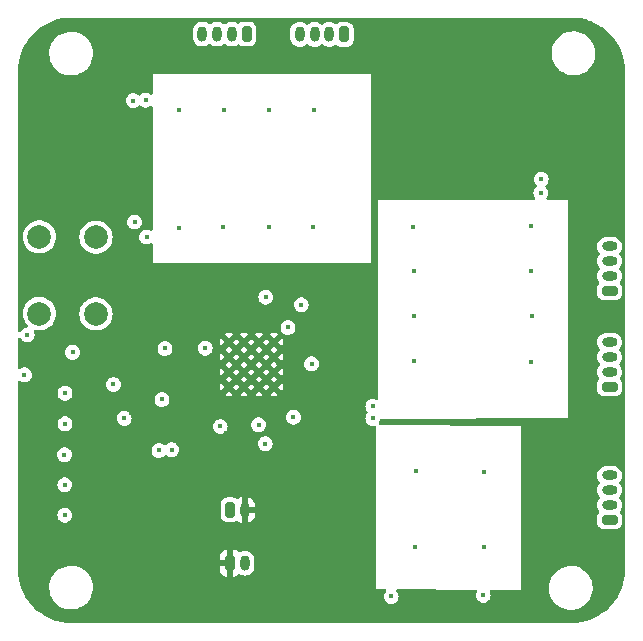
<source format=gbr>
%TF.GenerationSoftware,KiCad,Pcbnew,7.99.0-3012-g423a5b9961*%
%TF.CreationDate,2023-11-07T10:04:52-05:00*%
%TF.ProjectId,switch,73776974-6368-42e6-9b69-6361645f7063,rev?*%
%TF.SameCoordinates,Original*%
%TF.FileFunction,Copper,L2,Inr*%
%TF.FilePolarity,Positive*%
%FSLAX46Y46*%
G04 Gerber Fmt 4.6, Leading zero omitted, Abs format (unit mm)*
G04 Created by KiCad (PCBNEW 7.99.0-3012-g423a5b9961) date 2023-11-07 10:04:52*
%MOMM*%
%LPD*%
G01*
G04 APERTURE LIST*
G04 Aperture macros list*
%AMRoundRect*
0 Rectangle with rounded corners*
0 $1 Rounding radius*
0 $2 $3 $4 $5 $6 $7 $8 $9 X,Y pos of 4 corners*
0 Add a 4 corners polygon primitive as box body*
4,1,4,$2,$3,$4,$5,$6,$7,$8,$9,$2,$3,0*
0 Add four circle primitives for the rounded corners*
1,1,$1+$1,$2,$3*
1,1,$1+$1,$4,$5*
1,1,$1+$1,$6,$7*
1,1,$1+$1,$8,$9*
0 Add four rect primitives between the rounded corners*
20,1,$1+$1,$2,$3,$4,$5,0*
20,1,$1+$1,$4,$5,$6,$7,0*
20,1,$1+$1,$6,$7,$8,$9,0*
20,1,$1+$1,$8,$9,$2,$3,0*%
G04 Aperture macros list end*
%TA.AperFunction,ComponentPad*%
%ADD10RoundRect,0.200000X0.450000X-0.200000X0.450000X0.200000X-0.450000X0.200000X-0.450000X-0.200000X0*%
%TD*%
%TA.AperFunction,ComponentPad*%
%ADD11O,1.300000X0.800000*%
%TD*%
%TA.AperFunction,ComponentPad*%
%ADD12C,0.500000*%
%TD*%
%TA.AperFunction,ComponentPad*%
%ADD13RoundRect,0.200000X0.200000X0.450000X-0.200000X0.450000X-0.200000X-0.450000X0.200000X-0.450000X0*%
%TD*%
%TA.AperFunction,ComponentPad*%
%ADD14O,0.800000X1.300000*%
%TD*%
%TA.AperFunction,ComponentPad*%
%ADD15RoundRect,0.200000X-0.200000X-0.450000X0.200000X-0.450000X0.200000X0.450000X-0.200000X0.450000X0*%
%TD*%
%TA.AperFunction,ComponentPad*%
%ADD16C,2.000000*%
%TD*%
%TA.AperFunction,ViaPad*%
%ADD17C,0.450000*%
%TD*%
G04 APERTURE END LIST*
D10*
%TO.N,/Magnetics/RX0+*%
%TO.C,J8*%
X155300000Y-114604800D03*
D11*
%TO.N,/Magnetics/RX0-*%
X155300000Y-113354800D03*
%TO.N,/Magnetics/TX0+*%
X155300000Y-112104800D03*
%TO.N,/Magnetics/TX0-*%
X155300000Y-110854800D03*
%TD*%
D10*
%TO.N,/Magnetics/RX2+*%
%TO.C,J6*%
X155300000Y-95215400D03*
D11*
%TO.N,/Magnetics/RX2-*%
X155300000Y-93965400D03*
%TO.N,/Magnetics/TX2+*%
X155300000Y-92715400D03*
%TO.N,/Magnetics/TX2-*%
X155300000Y-91465400D03*
%TD*%
D12*
%TO.N,GND*%
%TO.C,U3*%
X126876199Y-103361063D03*
X126876199Y-102094396D03*
X126876199Y-100827730D03*
X126876199Y-99561063D03*
X125609532Y-103361063D03*
X125609532Y-102094396D03*
X125609532Y-100827730D03*
X125609532Y-99561063D03*
X124342866Y-103361063D03*
X124342866Y-102094396D03*
X124342866Y-100827730D03*
X124342866Y-99561063D03*
X123076199Y-103361063D03*
X123076199Y-102094396D03*
X123076199Y-100827730D03*
X123076199Y-99561063D03*
%TD*%
D13*
%TO.N,/Magnetics/TX4-*%
%TO.C,J4*%
X124575000Y-73476200D03*
D14*
%TO.N,/Magnetics/TX4+*%
X123325000Y-73476200D03*
%TO.N,/Magnetics/RX4-*%
X122075000Y-73476200D03*
%TO.N,/Magnetics/RX4+*%
X120825000Y-73476200D03*
%TD*%
D15*
%TO.N,GND*%
%TO.C,J1*%
X123174600Y-118280600D03*
D14*
%TO.N,Net-(D7-A)*%
X124424600Y-118280600D03*
%TD*%
D16*
%TO.N,Net-(R2-Pad2)*%
%TO.C,SW1*%
X107023600Y-97141800D03*
%TO.N,/IP175G/AFT*%
X107023600Y-90641800D03*
%TD*%
D10*
%TO.N,/Magnetics/TX1-*%
%TO.C,J7*%
X155300000Y-103327200D03*
D11*
%TO.N,/Magnetics/TX1+*%
X155300000Y-102077200D03*
%TO.N,/Magnetics/RX1-*%
X155300000Y-100827200D03*
%TO.N,/Magnetics/RX1+*%
X155300000Y-99577200D03*
%TD*%
D15*
%TO.N,VCC*%
%TO.C,J3*%
X123159200Y-113766600D03*
D14*
%TO.N,GND*%
X124409200Y-113766600D03*
%TD*%
D16*
%TO.N,Net-(R3-Pad2)*%
%TO.C,SW2*%
X111810800Y-90678000D03*
%TO.N,/IP175G/F_POWER_OFF*%
X111810800Y-97178000D03*
%TD*%
D13*
%TO.N,/Magnetics/RX3+*%
%TO.C,J5*%
X132816600Y-73500000D03*
D14*
%TO.N,/Magnetics/RX3-*%
X131566600Y-73500000D03*
%TO.N,/Magnetics/TX3+*%
X130316600Y-73500000D03*
%TO.N,/Magnetics/TX3-*%
X129066600Y-73500000D03*
%TD*%
D17*
%TO.N,GND*%
X152400000Y-116840000D03*
X134300000Y-121100000D03*
X124460000Y-111760000D03*
X154940000Y-105410000D03*
X114300000Y-73660000D03*
X113030000Y-115570000D03*
X131699000Y-102235000D03*
X114300000Y-111760000D03*
X121285000Y-109855000D03*
X115570000Y-114300000D03*
X132080000Y-120650000D03*
X152400000Y-107950000D03*
X116992400Y-95148400D03*
X114300000Y-113030000D03*
X120650000Y-114300000D03*
X113030000Y-120650000D03*
X105714800Y-103835200D03*
X113030000Y-111760000D03*
X114300000Y-114300000D03*
X113030000Y-114300000D03*
X142240000Y-81280000D03*
X137160000Y-76200000D03*
X115570000Y-116840000D03*
X137160000Y-78740000D03*
X113665000Y-122580400D03*
X112014000Y-80010000D03*
X132080000Y-121920000D03*
X125730000Y-111760000D03*
X113030000Y-116840000D03*
X120345200Y-105232200D03*
X116126000Y-93180800D03*
X130048000Y-105816400D03*
X114300000Y-76200000D03*
X132257800Y-100380800D03*
X125272800Y-95021400D03*
X154940000Y-116840000D03*
X115039200Y-120339800D03*
X118694200Y-100939600D03*
X133350000Y-120650000D03*
X152400000Y-81280000D03*
X116513800Y-104267000D03*
X129540000Y-120650000D03*
X132593200Y-106095800D03*
X125730000Y-116840000D03*
X144780000Y-81280000D03*
X120650000Y-115570000D03*
X109220000Y-87630000D03*
X130810000Y-120650000D03*
X106680000Y-87630000D03*
X124587000Y-110083600D03*
X115824000Y-104952800D03*
X115059200Y-91936200D03*
X114300000Y-115570000D03*
X120446800Y-109982000D03*
X125730000Y-119380000D03*
X154940000Y-81280000D03*
X139700000Y-86360000D03*
X123596400Y-109880400D03*
X105765600Y-101244400D03*
X121920000Y-114300000D03*
X125552200Y-107340400D03*
X122834400Y-107238800D03*
X120650000Y-116840000D03*
X116840000Y-73660000D03*
X111760000Y-87630000D03*
X113030000Y-118110000D03*
X115570000Y-115570000D03*
X116357400Y-120624600D03*
X114909600Y-108991400D03*
X147320000Y-81280000D03*
X119380000Y-114300000D03*
X154940000Y-78740000D03*
X110998000Y-85090000D03*
X125730000Y-118110000D03*
X129540000Y-121920000D03*
X116840000Y-76200000D03*
X111637000Y-105410000D03*
X139700000Y-83820000D03*
X114786600Y-105562400D03*
X125730000Y-113030000D03*
X119380000Y-99898200D03*
X149860000Y-107950000D03*
X125780800Y-110490000D03*
X114300000Y-87630000D03*
X125730000Y-114300000D03*
X120650000Y-113030000D03*
X106680000Y-82550000D03*
X119380000Y-116840000D03*
X139700000Y-81280000D03*
X121920000Y-115570000D03*
X105765600Y-114173000D03*
X142240000Y-78740000D03*
X119735600Y-103327200D03*
X130810000Y-121920000D03*
X154940000Y-107950000D03*
X121920000Y-116840000D03*
X105765600Y-111607600D03*
X147320000Y-73660000D03*
X105613200Y-109016800D03*
X137160000Y-83820000D03*
X137160000Y-73660000D03*
X106680000Y-80010000D03*
X139700000Y-78740000D03*
X147320000Y-78740000D03*
X147320000Y-76200000D03*
X139700000Y-76200000D03*
X132542400Y-105029000D03*
X129822000Y-97358200D03*
X130022600Y-98145600D03*
X114300000Y-116840000D03*
X106680000Y-85090000D03*
X137160000Y-81280000D03*
X114020600Y-91948000D03*
X121767600Y-96901000D03*
X111900000Y-104700000D03*
X122021600Y-96342200D03*
X149860000Y-78740000D03*
X113030000Y-113030000D03*
X117627400Y-98298000D03*
X137160000Y-86360000D03*
X105689400Y-106426000D03*
X154940000Y-119380000D03*
X133350000Y-121920000D03*
X152400000Y-78740000D03*
X113030000Y-119380000D03*
X149860000Y-81280000D03*
X119380000Y-115570000D03*
%TO.N,VCC*%
X128066800Y-98323400D03*
X117144800Y-108737400D03*
X105994200Y-98958400D03*
X114198400Y-106019600D03*
X128524000Y-105918000D03*
X126187200Y-95758000D03*
X125577600Y-106553000D03*
X130073400Y-101396800D03*
%TO.N,+1.1VA*%
X129187000Y-96393000D03*
X126136400Y-108153200D03*
%TO.N,+3.3V*%
X105753500Y-102336600D03*
X117652800Y-100101400D03*
X113284000Y-103149400D03*
X118237000Y-108661200D03*
X117398800Y-104419400D03*
%TO.N,+1.1V*%
X122326400Y-106705400D03*
X121056400Y-100076000D03*
%TO.N,/Magnetics/CT4*%
X122552200Y-89828000D03*
X116100600Y-90666200D03*
X118869200Y-89904200D03*
%TO.N,/Magnetics/CT3*%
X130197600Y-89777200D03*
X115084600Y-89396200D03*
X126463800Y-89853400D03*
%TO.N,/Magnetics/CT1*%
X138704200Y-97383600D03*
X135255000Y-105003600D03*
X138729600Y-101142800D03*
%TO.N,/Magnetics/CT2*%
X135255000Y-106019600D03*
X138653400Y-89789000D03*
X138704200Y-93522800D03*
%TO.N,/Magnetics/CT0*%
X138900000Y-110500000D03*
X138800000Y-116900000D03*
X136800000Y-121100000D03*
%TO.N,/Magnetics/REF0*%
X144600000Y-121000000D03*
X144700000Y-110600000D03*
X144700000Y-116900000D03*
%TO.N,Net-(JP1-A)*%
X109829600Y-100431600D03*
%TO.N,Net-(JP2-A)*%
X109194600Y-103886000D03*
%TO.N,Net-(JP3-A)*%
X109194600Y-106476800D03*
%TO.N,Net-(JP4-A)*%
X109143800Y-109093000D03*
%TO.N,Net-(JP5-A)*%
X109169200Y-111633000D03*
%TO.N,Net-(JP6-A)*%
X109169200Y-114223800D03*
%TO.N,Net-(R21-Pad1)*%
X114957600Y-79109200D03*
X126463800Y-79922000D03*
X130248400Y-79922000D03*
%TO.N,Net-(R22-Pad1)*%
X149473800Y-86918800D03*
X148661000Y-93573600D03*
X148686400Y-89763600D03*
%TO.N,Net-(R23-Pad1)*%
X149499200Y-85775800D03*
X148686400Y-101219000D03*
X148711800Y-97383600D03*
%TO.N,Net-(R24-Pad1)*%
X122628400Y-79896600D03*
X118869200Y-79896600D03*
X116024400Y-79083800D03*
%TD*%
%TA.AperFunction,Conductor*%
%TO.N,GND*%
G36*
X152488473Y-72103438D02*
G01*
X152493825Y-72103907D01*
X152877648Y-72154439D01*
X152882964Y-72155377D01*
X153260909Y-72239165D01*
X153266120Y-72240560D01*
X153590122Y-72342718D01*
X153635332Y-72356973D01*
X153640417Y-72358824D01*
X153703590Y-72384991D01*
X153998081Y-72506974D01*
X154002951Y-72509245D01*
X154346355Y-72688010D01*
X154351005Y-72690695D01*
X154596590Y-72847151D01*
X154677508Y-72898702D01*
X154681940Y-72901805D01*
X154871096Y-73046950D01*
X154989042Y-73137454D01*
X154989070Y-73137475D01*
X154993199Y-73140940D01*
X155278617Y-73402478D01*
X155282431Y-73406291D01*
X155325402Y-73453186D01*
X155543975Y-73691719D01*
X155547453Y-73695864D01*
X155783105Y-74002975D01*
X155786203Y-74007398D01*
X155942198Y-74252262D01*
X155994207Y-74333901D01*
X155996912Y-74338588D01*
X156175662Y-74681967D01*
X156177943Y-74686859D01*
X156326093Y-75044527D01*
X156327936Y-75049594D01*
X156367654Y-75175565D01*
X156418277Y-75336124D01*
X156444342Y-75418791D01*
X156445742Y-75424018D01*
X156529528Y-75801963D01*
X156530468Y-75807292D01*
X156580993Y-76191086D01*
X156581465Y-76196477D01*
X156598499Y-76586713D01*
X156598499Y-76661810D01*
X156598500Y-76661823D01*
X156598500Y-91413481D01*
X156582621Y-91467557D01*
X156596640Y-91495924D01*
X156598500Y-91517318D01*
X156598500Y-92663481D01*
X156582621Y-92717557D01*
X156596640Y-92745924D01*
X156598500Y-92767318D01*
X156598500Y-93913481D01*
X156582621Y-93967557D01*
X156596640Y-93995924D01*
X156598500Y-94017318D01*
X156598500Y-99525281D01*
X156582621Y-99579357D01*
X156596640Y-99607724D01*
X156598500Y-99629118D01*
X156598500Y-100775281D01*
X156582621Y-100829357D01*
X156596640Y-100857724D01*
X156598500Y-100879118D01*
X156598500Y-102025281D01*
X156582621Y-102079357D01*
X156596640Y-102107724D01*
X156598500Y-102129118D01*
X156598500Y-110802881D01*
X156582621Y-110856957D01*
X156596640Y-110885324D01*
X156598500Y-110906718D01*
X156598500Y-112052881D01*
X156582621Y-112106957D01*
X156596640Y-112135324D01*
X156598500Y-112156718D01*
X156598500Y-113302881D01*
X156582621Y-113356957D01*
X156596640Y-113385324D01*
X156598500Y-113406718D01*
X156598500Y-118850400D01*
X156581496Y-119239853D01*
X156581024Y-119245244D01*
X156530496Y-119629040D01*
X156529556Y-119634369D01*
X156445768Y-120012314D01*
X156444368Y-120017541D01*
X156327961Y-120386736D01*
X156326110Y-120391821D01*
X156177967Y-120749472D01*
X156175680Y-120754376D01*
X155996934Y-121097742D01*
X155994228Y-121102428D01*
X155786227Y-121428926D01*
X155783123Y-121433359D01*
X155547463Y-121740477D01*
X155543984Y-121744622D01*
X155282456Y-122030030D01*
X155278630Y-122033856D01*
X154993222Y-122295384D01*
X154989077Y-122298863D01*
X154681959Y-122534523D01*
X154677526Y-122537627D01*
X154351028Y-122745628D01*
X154346342Y-122748334D01*
X154002976Y-122927080D01*
X153998072Y-122929367D01*
X153640421Y-123077510D01*
X153635336Y-123079361D01*
X153266141Y-123195768D01*
X153260914Y-123197168D01*
X152882969Y-123280956D01*
X152877640Y-123281896D01*
X152493844Y-123332424D01*
X152488453Y-123332896D01*
X152099000Y-123349900D01*
X109777177Y-123349900D01*
X109777161Y-123349899D01*
X109773423Y-123349899D01*
X109707531Y-123349900D01*
X109318074Y-123332898D01*
X109312684Y-123332427D01*
X108928886Y-123281901D01*
X108923557Y-123280961D01*
X108545609Y-123197175D01*
X108540395Y-123195778D01*
X108404542Y-123152945D01*
X108171182Y-123079367D01*
X108166098Y-123077517D01*
X108018204Y-123016258D01*
X107808444Y-122929374D01*
X107803552Y-122927093D01*
X107460171Y-122748342D01*
X107455484Y-122745637D01*
X107128987Y-122537637D01*
X107124566Y-122534541D01*
X106817442Y-122298879D01*
X106813297Y-122295401D01*
X106604006Y-122103623D01*
X106527867Y-122033855D01*
X106524054Y-122030041D01*
X106262512Y-121744620D01*
X106259044Y-121740485D01*
X106142918Y-121589148D01*
X106023370Y-121433352D01*
X106020285Y-121428946D01*
X105812270Y-121102428D01*
X105809585Y-121097780D01*
X105630819Y-120754374D01*
X105628537Y-120749479D01*
X105489146Y-120412963D01*
X107848387Y-120412963D01*
X107878013Y-120682213D01*
X107878015Y-120682224D01*
X107921671Y-120849209D01*
X107946528Y-120944288D01*
X108052470Y-121193590D01*
X108140102Y-121337180D01*
X108193579Y-121424805D01*
X108193586Y-121424815D01*
X108366853Y-121633019D01*
X108366859Y-121633024D01*
X108500190Y-121752488D01*
X108568598Y-121813782D01*
X108794510Y-121963244D01*
X109039776Y-122078220D01*
X109039783Y-122078222D01*
X109039785Y-122078223D01*
X109299157Y-122156257D01*
X109299164Y-122156258D01*
X109299169Y-122156260D01*
X109567161Y-122195700D01*
X109567166Y-122195700D01*
X109770236Y-122195700D01*
X109821733Y-122191930D01*
X109972756Y-122180877D01*
X110123129Y-122147380D01*
X110237146Y-122121982D01*
X110237148Y-122121981D01*
X110237153Y-122121980D01*
X110490158Y-122025214D01*
X110726377Y-121892641D01*
X110940777Y-121727088D01*
X111128786Y-121532081D01*
X111286399Y-121311779D01*
X111360387Y-121167869D01*
X111410249Y-121070890D01*
X111410251Y-121070884D01*
X111410256Y-121070875D01*
X111497718Y-120814505D01*
X111546919Y-120548133D01*
X111556812Y-120277435D01*
X111527186Y-120008182D01*
X111458672Y-119746112D01*
X111352730Y-119496810D01*
X111211618Y-119265590D01*
X111186263Y-119235123D01*
X111038346Y-119057380D01*
X111038340Y-119057375D01*
X110836602Y-118876618D01*
X110610692Y-118727157D01*
X110610690Y-118727156D01*
X110365424Y-118612180D01*
X110365419Y-118612178D01*
X110365414Y-118612176D01*
X110106042Y-118534142D01*
X110106028Y-118534139D01*
X110081981Y-118530600D01*
X122274601Y-118530600D01*
X122274601Y-118787182D01*
X122281008Y-118857702D01*
X122281009Y-118857707D01*
X122331581Y-119019996D01*
X122419527Y-119165477D01*
X122539722Y-119285672D01*
X122685204Y-119373619D01*
X122685203Y-119373619D01*
X122847494Y-119424190D01*
X122847493Y-119424190D01*
X122918008Y-119430598D01*
X122918026Y-119430599D01*
X122924599Y-119430598D01*
X122924600Y-119430598D01*
X122924600Y-118530600D01*
X122274601Y-118530600D01*
X110081981Y-118530600D01*
X109990391Y-118517121D01*
X109838039Y-118494700D01*
X109634969Y-118494700D01*
X109634964Y-118494700D01*
X109432444Y-118509523D01*
X109432431Y-118509525D01*
X109168053Y-118568417D01*
X109168046Y-118568420D01*
X108915039Y-118665187D01*
X108678826Y-118797757D01*
X108464422Y-118963312D01*
X108276422Y-119158309D01*
X108276416Y-119158316D01*
X108118802Y-119378619D01*
X108118799Y-119378624D01*
X107994950Y-119619509D01*
X107994943Y-119619527D01*
X107907484Y-119875885D01*
X107907481Y-119875899D01*
X107858281Y-120142268D01*
X107858280Y-120142275D01*
X107848387Y-120412963D01*
X105489146Y-120412963D01*
X105480392Y-120391829D01*
X105478541Y-120386744D01*
X105362133Y-120017545D01*
X105360732Y-120012318D01*
X105276943Y-119634370D01*
X105276005Y-119629054D01*
X105225473Y-119245228D01*
X105225004Y-119239876D01*
X105208034Y-118851178D01*
X105208034Y-118280600D01*
X122919702Y-118280600D01*
X122939105Y-118378145D01*
X122994360Y-118460840D01*
X123077055Y-118516095D01*
X123149976Y-118530600D01*
X123199224Y-118530600D01*
X123272145Y-118516095D01*
X123354840Y-118460840D01*
X123410095Y-118378145D01*
X123424600Y-118305223D01*
X123424600Y-119430599D01*
X123431181Y-119430599D01*
X123501702Y-119424191D01*
X123501707Y-119424190D01*
X123663996Y-119373618D01*
X123809474Y-119285673D01*
X123860024Y-119235123D01*
X123921347Y-119201637D01*
X123991038Y-119206620D01*
X124013680Y-119217810D01*
X124075075Y-119256388D01*
X124245345Y-119315968D01*
X124245350Y-119315969D01*
X124424596Y-119336165D01*
X124424600Y-119336165D01*
X124424604Y-119336165D01*
X124603849Y-119315969D01*
X124603852Y-119315968D01*
X124603855Y-119315968D01*
X124774122Y-119256389D01*
X124926862Y-119160416D01*
X125054416Y-119032862D01*
X125150389Y-118880122D01*
X125209968Y-118709855D01*
X125225100Y-118575554D01*
X125225100Y-117985646D01*
X125209968Y-117851345D01*
X125150389Y-117681078D01*
X125054416Y-117528338D01*
X124926862Y-117400784D01*
X124918806Y-117395722D01*
X124774123Y-117304811D01*
X124603854Y-117245231D01*
X124603849Y-117245230D01*
X124424604Y-117225035D01*
X124424596Y-117225035D01*
X124245350Y-117245230D01*
X124245337Y-117245233D01*
X124075079Y-117304809D01*
X124013678Y-117343390D01*
X123946441Y-117362390D01*
X123879606Y-117342022D01*
X123860025Y-117326076D01*
X123809478Y-117275528D01*
X123809477Y-117275527D01*
X123663995Y-117187580D01*
X123663996Y-117187580D01*
X123501705Y-117137009D01*
X123501706Y-117137009D01*
X123431172Y-117130600D01*
X123424600Y-117130600D01*
X123424600Y-118255976D01*
X123410095Y-118183055D01*
X123354840Y-118100360D01*
X123272145Y-118045105D01*
X123199224Y-118030600D01*
X123149976Y-118030600D01*
X123077055Y-118045105D01*
X122994360Y-118100360D01*
X122939105Y-118183055D01*
X122919702Y-118280600D01*
X105208034Y-118280600D01*
X105208034Y-118030600D01*
X122274600Y-118030600D01*
X122924600Y-118030600D01*
X122924600Y-117130600D01*
X122924599Y-117130599D01*
X122918036Y-117130600D01*
X122918017Y-117130601D01*
X122847497Y-117137008D01*
X122847492Y-117137009D01*
X122685203Y-117187581D01*
X122539722Y-117275527D01*
X122419527Y-117395722D01*
X122331580Y-117541204D01*
X122281009Y-117703493D01*
X122274600Y-117774027D01*
X122274600Y-118030600D01*
X105208034Y-118030600D01*
X105208034Y-114223800D01*
X108539106Y-114223800D01*
X108557415Y-114374591D01*
X108611279Y-114516619D01*
X108697568Y-114641630D01*
X108811266Y-114742357D01*
X108945766Y-114812948D01*
X109019508Y-114831124D01*
X109093250Y-114849300D01*
X109093251Y-114849300D01*
X109245150Y-114849300D01*
X109294310Y-114837182D01*
X109392634Y-114812948D01*
X109527134Y-114742357D01*
X109640832Y-114641630D01*
X109727121Y-114516619D01*
X109780985Y-114374591D01*
X109795389Y-114255963D01*
X122358700Y-114255963D01*
X122374153Y-114373353D01*
X122374156Y-114373362D01*
X122433495Y-114516620D01*
X122434664Y-114519441D01*
X122530918Y-114644882D01*
X122656359Y-114741136D01*
X122802438Y-114801644D01*
X122919839Y-114817100D01*
X123398560Y-114817099D01*
X123398563Y-114817099D01*
X123515953Y-114801646D01*
X123515957Y-114801644D01*
X123515962Y-114801644D01*
X123662041Y-114741136D01*
X123692282Y-114717930D01*
X123757451Y-114692736D01*
X123825896Y-114706774D01*
X123840655Y-114715988D01*
X123956722Y-114800317D01*
X124129556Y-114877266D01*
X124159199Y-114883566D01*
X124159200Y-114883566D01*
X124159200Y-113791223D01*
X124173705Y-113864145D01*
X124228960Y-113946840D01*
X124311655Y-114002095D01*
X124384576Y-114016600D01*
X124433824Y-114016600D01*
X124659200Y-114016600D01*
X124659200Y-114883566D01*
X124688843Y-114877266D01*
X124861679Y-114800314D01*
X125014735Y-114689112D01*
X125141327Y-114548518D01*
X125141329Y-114548515D01*
X125235916Y-114384684D01*
X125235921Y-114384672D01*
X125294380Y-114204754D01*
X125309200Y-114063759D01*
X125309200Y-114016600D01*
X124659200Y-114016600D01*
X124433824Y-114016600D01*
X124506745Y-114002095D01*
X124589440Y-113946840D01*
X124644695Y-113864145D01*
X124664098Y-113766600D01*
X124644695Y-113669055D01*
X124589440Y-113586360D01*
X124506745Y-113531105D01*
X124433824Y-113516600D01*
X124384576Y-113516600D01*
X124311655Y-113531105D01*
X124228960Y-113586360D01*
X124173705Y-113669055D01*
X124159200Y-113741976D01*
X124159200Y-112649632D01*
X124659200Y-112649632D01*
X124659200Y-113516600D01*
X125309200Y-113516600D01*
X125309200Y-113469440D01*
X125294380Y-113328445D01*
X125235921Y-113148527D01*
X125235916Y-113148515D01*
X125141329Y-112984684D01*
X125141327Y-112984681D01*
X125014739Y-112844090D01*
X125014736Y-112844088D01*
X124861677Y-112732882D01*
X124688848Y-112655935D01*
X124659200Y-112649632D01*
X124159200Y-112649632D01*
X124129554Y-112655934D01*
X123956715Y-112732887D01*
X123840654Y-112817211D01*
X123774847Y-112840691D01*
X123706794Y-112824865D01*
X123692283Y-112815269D01*
X123662042Y-112792064D01*
X123515962Y-112731556D01*
X123515960Y-112731555D01*
X123398561Y-112716100D01*
X122919836Y-112716100D01*
X122802446Y-112731553D01*
X122802437Y-112731556D01*
X122656360Y-112792063D01*
X122530918Y-112888318D01*
X122434663Y-113013760D01*
X122374156Y-113159837D01*
X122374155Y-113159839D01*
X122358701Y-113277229D01*
X122358700Y-113277245D01*
X122358700Y-114255963D01*
X109795389Y-114255963D01*
X109799294Y-114223800D01*
X109780985Y-114073009D01*
X109727121Y-113930981D01*
X109640832Y-113805970D01*
X109527134Y-113705243D01*
X109392634Y-113634652D01*
X109392633Y-113634651D01*
X109392632Y-113634651D01*
X109245150Y-113598300D01*
X109245149Y-113598300D01*
X109093251Y-113598300D01*
X109093250Y-113598300D01*
X108945767Y-113634651D01*
X108811267Y-113705242D01*
X108697567Y-113805971D01*
X108611280Y-113930979D01*
X108611279Y-113930980D01*
X108590839Y-113984878D01*
X108557415Y-114073009D01*
X108539106Y-114223800D01*
X105208034Y-114223800D01*
X105208034Y-111633000D01*
X108539106Y-111633000D01*
X108557415Y-111783791D01*
X108611279Y-111925819D01*
X108697568Y-112050830D01*
X108811266Y-112151557D01*
X108945766Y-112222148D01*
X109019508Y-112240324D01*
X109093250Y-112258500D01*
X109093251Y-112258500D01*
X109245150Y-112258500D01*
X109294310Y-112246382D01*
X109392634Y-112222148D01*
X109527134Y-112151557D01*
X109640832Y-112050830D01*
X109727121Y-111925819D01*
X109780985Y-111783791D01*
X109799294Y-111633000D01*
X109780985Y-111482209D01*
X109727121Y-111340181D01*
X109640832Y-111215170D01*
X109527134Y-111114443D01*
X109392634Y-111043852D01*
X109392633Y-111043851D01*
X109392632Y-111043851D01*
X109245150Y-111007500D01*
X109245149Y-111007500D01*
X109093251Y-111007500D01*
X109093250Y-111007500D01*
X108945767Y-111043851D01*
X108811267Y-111114442D01*
X108697567Y-111215171D01*
X108611280Y-111340179D01*
X108611279Y-111340180D01*
X108558329Y-111479800D01*
X108557415Y-111482209D01*
X108539106Y-111633000D01*
X105208034Y-111633000D01*
X105208034Y-109093000D01*
X108513706Y-109093000D01*
X108532015Y-109243791D01*
X108585879Y-109385819D01*
X108672168Y-109510830D01*
X108785866Y-109611557D01*
X108920366Y-109682148D01*
X108994108Y-109700324D01*
X109067850Y-109718500D01*
X109067851Y-109718500D01*
X109219750Y-109718500D01*
X109268910Y-109706382D01*
X109367234Y-109682148D01*
X109501734Y-109611557D01*
X109615432Y-109510830D01*
X109701721Y-109385819D01*
X109755585Y-109243791D01*
X109773894Y-109093000D01*
X109755585Y-108942209D01*
X109701721Y-108800181D01*
X109658386Y-108737400D01*
X116514706Y-108737400D01*
X116533015Y-108888191D01*
X116586879Y-109030219D01*
X116673168Y-109155230D01*
X116786866Y-109255957D01*
X116921366Y-109326548D01*
X116995108Y-109344724D01*
X117068850Y-109362900D01*
X117068851Y-109362900D01*
X117220750Y-109362900D01*
X117269910Y-109350782D01*
X117368234Y-109326548D01*
X117502734Y-109255957D01*
X117616432Y-109155230D01*
X117626075Y-109141259D01*
X117680354Y-109097269D01*
X117749802Y-109089607D01*
X117810351Y-109118881D01*
X117879066Y-109179757D01*
X118013566Y-109250348D01*
X118087308Y-109268524D01*
X118161050Y-109286700D01*
X118161051Y-109286700D01*
X118312950Y-109286700D01*
X118362110Y-109274582D01*
X118460434Y-109250348D01*
X118594934Y-109179757D01*
X118708632Y-109079030D01*
X118794921Y-108954019D01*
X118848785Y-108811991D01*
X118867094Y-108661200D01*
X118848785Y-108510409D01*
X118794921Y-108368381D01*
X118708632Y-108243370D01*
X118606850Y-108153200D01*
X125506306Y-108153200D01*
X125524615Y-108303991D01*
X125578479Y-108446019D01*
X125664768Y-108571030D01*
X125778466Y-108671757D01*
X125912966Y-108742348D01*
X125986708Y-108760524D01*
X126060450Y-108778700D01*
X126060451Y-108778700D01*
X126212350Y-108778700D01*
X126261510Y-108766582D01*
X126359834Y-108742348D01*
X126494334Y-108671757D01*
X126608032Y-108571030D01*
X126694321Y-108446019D01*
X126748185Y-108303991D01*
X126766494Y-108153200D01*
X126748185Y-108002409D01*
X126694321Y-107860381D01*
X126608032Y-107735370D01*
X126494334Y-107634643D01*
X126359834Y-107564052D01*
X126359833Y-107564051D01*
X126359832Y-107564051D01*
X126212350Y-107527700D01*
X126212349Y-107527700D01*
X126060451Y-107527700D01*
X126060450Y-107527700D01*
X125912967Y-107564051D01*
X125778467Y-107634642D01*
X125664767Y-107735371D01*
X125578480Y-107860379D01*
X125578479Y-107860380D01*
X125578479Y-107860381D01*
X125524615Y-108002409D01*
X125506306Y-108153200D01*
X118606850Y-108153200D01*
X118594934Y-108142643D01*
X118460434Y-108072052D01*
X118460433Y-108072051D01*
X118460432Y-108072051D01*
X118312950Y-108035700D01*
X118312949Y-108035700D01*
X118161051Y-108035700D01*
X118161050Y-108035700D01*
X118013567Y-108072051D01*
X117879067Y-108142642D01*
X117765367Y-108243370D01*
X117755723Y-108257343D01*
X117701439Y-108301332D01*
X117631990Y-108308990D01*
X117571447Y-108279717D01*
X117569692Y-108278162D01*
X117502734Y-108218843D01*
X117368234Y-108148252D01*
X117368233Y-108148251D01*
X117368232Y-108148251D01*
X117220750Y-108111900D01*
X117220749Y-108111900D01*
X117068851Y-108111900D01*
X117068850Y-108111900D01*
X116921367Y-108148251D01*
X116786867Y-108218842D01*
X116759179Y-108243371D01*
X116685111Y-108308990D01*
X116673167Y-108319571D01*
X116586880Y-108444579D01*
X116586879Y-108444580D01*
X116561914Y-108510409D01*
X116533015Y-108586609D01*
X116514706Y-108737400D01*
X109658386Y-108737400D01*
X109615432Y-108675170D01*
X109501734Y-108574443D01*
X109367234Y-108503852D01*
X109367233Y-108503851D01*
X109367232Y-108503851D01*
X109219750Y-108467500D01*
X109219749Y-108467500D01*
X109067851Y-108467500D01*
X109067850Y-108467500D01*
X108920367Y-108503851D01*
X108785867Y-108574442D01*
X108672167Y-108675171D01*
X108585880Y-108800179D01*
X108585879Y-108800180D01*
X108585879Y-108800181D01*
X108532015Y-108942209D01*
X108513706Y-109093000D01*
X105208034Y-109093000D01*
X105208034Y-106476800D01*
X108564506Y-106476800D01*
X108582815Y-106627591D01*
X108636679Y-106769619D01*
X108722968Y-106894630D01*
X108836666Y-106995357D01*
X108971166Y-107065948D01*
X109044908Y-107084124D01*
X109118650Y-107102300D01*
X109118651Y-107102300D01*
X109270550Y-107102300D01*
X109319710Y-107090182D01*
X109418034Y-107065948D01*
X109552534Y-106995357D01*
X109666232Y-106894630D01*
X109752521Y-106769619D01*
X109776876Y-106705400D01*
X121696306Y-106705400D01*
X121714615Y-106856191D01*
X121768479Y-106998219D01*
X121854768Y-107123230D01*
X121968466Y-107223957D01*
X122102966Y-107294548D01*
X122176708Y-107312724D01*
X122250450Y-107330900D01*
X122250451Y-107330900D01*
X122402350Y-107330900D01*
X122451510Y-107318782D01*
X122549834Y-107294548D01*
X122684334Y-107223957D01*
X122798032Y-107123230D01*
X122884321Y-106998219D01*
X122938185Y-106856191D01*
X122956494Y-106705400D01*
X122938185Y-106554609D01*
X122937575Y-106553000D01*
X124947506Y-106553000D01*
X124965815Y-106703791D01*
X125019679Y-106845819D01*
X125105968Y-106970830D01*
X125219666Y-107071557D01*
X125354166Y-107142148D01*
X125427908Y-107160324D01*
X125501650Y-107178500D01*
X125501651Y-107178500D01*
X125653550Y-107178500D01*
X125702710Y-107166382D01*
X125801034Y-107142148D01*
X125935534Y-107071557D01*
X126049232Y-106970830D01*
X126135521Y-106845819D01*
X126189385Y-106703791D01*
X126207694Y-106553000D01*
X126189385Y-106402209D01*
X126135521Y-106260181D01*
X126049232Y-106135170D01*
X125935534Y-106034443D01*
X125801034Y-105963852D01*
X125801033Y-105963851D01*
X125801032Y-105963851D01*
X125653550Y-105927500D01*
X125653549Y-105927500D01*
X125501651Y-105927500D01*
X125501650Y-105927500D01*
X125354167Y-105963851D01*
X125219667Y-106034442D01*
X125105967Y-106135171D01*
X125019680Y-106260179D01*
X125019679Y-106260180D01*
X124994714Y-106326009D01*
X124965815Y-106402209D01*
X124947506Y-106553000D01*
X122937575Y-106553000D01*
X122884321Y-106412581D01*
X122798032Y-106287570D01*
X122684334Y-106186843D01*
X122549834Y-106116252D01*
X122549833Y-106116251D01*
X122549832Y-106116251D01*
X122402350Y-106079900D01*
X122402349Y-106079900D01*
X122250451Y-106079900D01*
X122250450Y-106079900D01*
X122102967Y-106116251D01*
X121968467Y-106186842D01*
X121854767Y-106287571D01*
X121768480Y-106412579D01*
X121768479Y-106412580D01*
X121714615Y-106554608D01*
X121705117Y-106632831D01*
X121696306Y-106705400D01*
X109776876Y-106705400D01*
X109806385Y-106627591D01*
X109824694Y-106476800D01*
X109806385Y-106326009D01*
X109752521Y-106183981D01*
X109666232Y-106058970D01*
X109621792Y-106019600D01*
X113568306Y-106019600D01*
X113586615Y-106170391D01*
X113640479Y-106312419D01*
X113726768Y-106437430D01*
X113840466Y-106538157D01*
X113974966Y-106608748D01*
X114048708Y-106626924D01*
X114122450Y-106645100D01*
X114122451Y-106645100D01*
X114274350Y-106645100D01*
X114345385Y-106627591D01*
X114421834Y-106608748D01*
X114556334Y-106538157D01*
X114670032Y-106437430D01*
X114756321Y-106312419D01*
X114810185Y-106170391D01*
X114828494Y-106019600D01*
X114816158Y-105918000D01*
X127893906Y-105918000D01*
X127912215Y-106068791D01*
X127966079Y-106210819D01*
X128052368Y-106335830D01*
X128166066Y-106436557D01*
X128300566Y-106507148D01*
X128374308Y-106525324D01*
X128448050Y-106543500D01*
X128448051Y-106543500D01*
X128599950Y-106543500D01*
X128649110Y-106531382D01*
X128747434Y-106507148D01*
X128881934Y-106436557D01*
X128995632Y-106335830D01*
X129081921Y-106210819D01*
X129135785Y-106068791D01*
X129141758Y-106019600D01*
X134624906Y-106019600D01*
X134643215Y-106170391D01*
X134697079Y-106312419D01*
X134783368Y-106437430D01*
X134897066Y-106538157D01*
X135031566Y-106608748D01*
X135105308Y-106626924D01*
X135179050Y-106645100D01*
X135179051Y-106645100D01*
X135330948Y-106645100D01*
X135330949Y-106645100D01*
X135380725Y-106632831D01*
X135450526Y-106635900D01*
X135507589Y-106676219D01*
X135533794Y-106740988D01*
X135534400Y-106753228D01*
X135534400Y-120446800D01*
X135534399Y-120446800D01*
X136261411Y-120452726D01*
X136328287Y-120472956D01*
X136373610Y-120526132D01*
X136382990Y-120595369D01*
X136353448Y-120658686D01*
X136342627Y-120669537D01*
X136328369Y-120682168D01*
X136242080Y-120807179D01*
X136242079Y-120807180D01*
X136190084Y-120944282D01*
X136188215Y-120949209D01*
X136169906Y-121100000D01*
X136188215Y-121250791D01*
X136242079Y-121392819D01*
X136328368Y-121517830D01*
X136442066Y-121618557D01*
X136576566Y-121689148D01*
X136650308Y-121707324D01*
X136724050Y-121725500D01*
X136724051Y-121725500D01*
X136875950Y-121725500D01*
X136925110Y-121713382D01*
X137023434Y-121689148D01*
X137157934Y-121618557D01*
X137271632Y-121517830D01*
X137357921Y-121392819D01*
X137411785Y-121250791D01*
X137430094Y-121100000D01*
X137411785Y-120949209D01*
X137357921Y-120807181D01*
X137271632Y-120682170D01*
X137267393Y-120678414D01*
X137230268Y-120619227D01*
X137231035Y-120549361D01*
X137269452Y-120491001D01*
X137333322Y-120462676D01*
X137350627Y-120461604D01*
X143939270Y-120515309D01*
X144006146Y-120535539D01*
X144051469Y-120588715D01*
X144060849Y-120657952D01*
X144044237Y-120699839D01*
X144045566Y-120700537D01*
X144042079Y-120707180D01*
X143988215Y-120849208D01*
X143976073Y-120949208D01*
X143969906Y-121000000D01*
X143988215Y-121150791D01*
X144042079Y-121292819D01*
X144128368Y-121417830D01*
X144242066Y-121518557D01*
X144376566Y-121589148D01*
X144450308Y-121607324D01*
X144524050Y-121625500D01*
X144524051Y-121625500D01*
X144675950Y-121625500D01*
X144725110Y-121613382D01*
X144823434Y-121589148D01*
X144957934Y-121518557D01*
X145071632Y-121417830D01*
X145157921Y-121292819D01*
X145211785Y-121150791D01*
X145230094Y-121000000D01*
X145211785Y-120849209D01*
X145157921Y-120707181D01*
X145157920Y-120707179D01*
X145155261Y-120700168D01*
X145156605Y-120699658D01*
X145144504Y-120639264D01*
X145169995Y-120574210D01*
X145226610Y-120533265D01*
X145269035Y-120526148D01*
X147802600Y-120546800D01*
X147802799Y-120438363D01*
X150164787Y-120438363D01*
X150194413Y-120707613D01*
X150194415Y-120707624D01*
X150257574Y-120949209D01*
X150262928Y-120969688D01*
X150368870Y-121218990D01*
X150490221Y-121417830D01*
X150509979Y-121450205D01*
X150509986Y-121450215D01*
X150683253Y-121658419D01*
X150683259Y-121658424D01*
X150779462Y-121744622D01*
X150884998Y-121839182D01*
X151110910Y-121988644D01*
X151356176Y-122103620D01*
X151356183Y-122103622D01*
X151356185Y-122103623D01*
X151615557Y-122181657D01*
X151615564Y-122181658D01*
X151615569Y-122181660D01*
X151883561Y-122221100D01*
X151883566Y-122221100D01*
X152086636Y-122221100D01*
X152138133Y-122217330D01*
X152289156Y-122206277D01*
X152403194Y-122180874D01*
X152553546Y-122147382D01*
X152553548Y-122147381D01*
X152553553Y-122147380D01*
X152806558Y-122050614D01*
X153042777Y-121918041D01*
X153257177Y-121752488D01*
X153445186Y-121557481D01*
X153602799Y-121337179D01*
X153676787Y-121193269D01*
X153726649Y-121096290D01*
X153726651Y-121096284D01*
X153726656Y-121096275D01*
X153814118Y-120839905D01*
X153863319Y-120573533D01*
X153873212Y-120302835D01*
X153843586Y-120033582D01*
X153775072Y-119771512D01*
X153669130Y-119522210D01*
X153528018Y-119290990D01*
X153487712Y-119242557D01*
X153354746Y-119082780D01*
X153354740Y-119082775D01*
X153153002Y-118902018D01*
X152927092Y-118752557D01*
X152872909Y-118727157D01*
X152681824Y-118637580D01*
X152681819Y-118637578D01*
X152681814Y-118637576D01*
X152422442Y-118559542D01*
X152422428Y-118559539D01*
X152306791Y-118542521D01*
X152154439Y-118520100D01*
X151951369Y-118520100D01*
X151951364Y-118520100D01*
X151748844Y-118534923D01*
X151748831Y-118534925D01*
X151484453Y-118593817D01*
X151484446Y-118593820D01*
X151231439Y-118690587D01*
X150995226Y-118823157D01*
X150995224Y-118823158D01*
X150995223Y-118823159D01*
X150932893Y-118871288D01*
X150780822Y-118988712D01*
X150592822Y-119183709D01*
X150592816Y-119183716D01*
X150435202Y-119404019D01*
X150435199Y-119404024D01*
X150311350Y-119644909D01*
X150311343Y-119644927D01*
X150223884Y-119901285D01*
X150223881Y-119901299D01*
X150204140Y-120008175D01*
X150179373Y-120142268D01*
X150174681Y-120167668D01*
X150174680Y-120167675D01*
X150164787Y-120438363D01*
X147802799Y-120438363D01*
X147815772Y-113354803D01*
X154244435Y-113354803D01*
X154264630Y-113534049D01*
X154264631Y-113534054D01*
X154324211Y-113704323D01*
X154416253Y-113850806D01*
X154435253Y-113918043D01*
X154414885Y-113984878D01*
X154409635Y-113992264D01*
X154325464Y-114101957D01*
X154264956Y-114248037D01*
X154264955Y-114248039D01*
X154249500Y-114365438D01*
X154249500Y-114844163D01*
X154264953Y-114961553D01*
X154264956Y-114961562D01*
X154325464Y-115107641D01*
X154421718Y-115233082D01*
X154547159Y-115329336D01*
X154693238Y-115389844D01*
X154810639Y-115405300D01*
X155789360Y-115405299D01*
X155789363Y-115405299D01*
X155906753Y-115389846D01*
X155906757Y-115389844D01*
X155906762Y-115389844D01*
X156052841Y-115329336D01*
X156178282Y-115233082D01*
X156274536Y-115107641D01*
X156335044Y-114961562D01*
X156350500Y-114844161D01*
X156350499Y-114365440D01*
X156350499Y-114365438D01*
X156350499Y-114365436D01*
X156335046Y-114248046D01*
X156335044Y-114248039D01*
X156335044Y-114248038D01*
X156274536Y-114101959D01*
X156190362Y-113992262D01*
X156165170Y-113927095D01*
X156179208Y-113858651D01*
X156183740Y-113850815D01*
X156246045Y-113751658D01*
X156275788Y-113704324D01*
X156288129Y-113669055D01*
X156335368Y-113534055D01*
X156335369Y-113534049D01*
X156351280Y-113392835D01*
X156366936Y-113355575D01*
X156355523Y-113337816D01*
X156351280Y-113316764D01*
X156335369Y-113175550D01*
X156335368Y-113175545D01*
X156278757Y-113013760D01*
X156275789Y-113005278D01*
X156179816Y-112852538D01*
X156144759Y-112817481D01*
X156111274Y-112756158D01*
X156116258Y-112686466D01*
X156144759Y-112642119D01*
X156179816Y-112607062D01*
X156275789Y-112454322D01*
X156335368Y-112284055D01*
X156335369Y-112284049D01*
X156351280Y-112142835D01*
X156366936Y-112105575D01*
X156355523Y-112087816D01*
X156351280Y-112066764D01*
X156335369Y-111925550D01*
X156335368Y-111925545D01*
X156275788Y-111755276D01*
X156236582Y-111692880D01*
X156179816Y-111602538D01*
X156144759Y-111567481D01*
X156111274Y-111506158D01*
X156116258Y-111436466D01*
X156144759Y-111392119D01*
X156179816Y-111357062D01*
X156275789Y-111204322D01*
X156335368Y-111034055D01*
X156338360Y-111007500D01*
X156351280Y-110892835D01*
X156366936Y-110855575D01*
X156355523Y-110837816D01*
X156351280Y-110816764D01*
X156335369Y-110675550D01*
X156335368Y-110675545D01*
X156275788Y-110505276D01*
X156179815Y-110352537D01*
X156052262Y-110224984D01*
X155899523Y-110129011D01*
X155729254Y-110069431D01*
X155729249Y-110069430D01*
X155594960Y-110054300D01*
X155594954Y-110054300D01*
X155005046Y-110054300D01*
X155005039Y-110054300D01*
X154870750Y-110069430D01*
X154870745Y-110069431D01*
X154700476Y-110129011D01*
X154547737Y-110224984D01*
X154420184Y-110352537D01*
X154324211Y-110505276D01*
X154264631Y-110675545D01*
X154264630Y-110675550D01*
X154244435Y-110854796D01*
X154244435Y-110854803D01*
X154264630Y-111034049D01*
X154264631Y-111034054D01*
X154324211Y-111204323D01*
X154420184Y-111357062D01*
X154455241Y-111392119D01*
X154488726Y-111453442D01*
X154483742Y-111523134D01*
X154455241Y-111567481D01*
X154420184Y-111602537D01*
X154324211Y-111755276D01*
X154264631Y-111925545D01*
X154264630Y-111925550D01*
X154244435Y-112104796D01*
X154244435Y-112104803D01*
X154264630Y-112284049D01*
X154264631Y-112284054D01*
X154324211Y-112454323D01*
X154420184Y-112607062D01*
X154455241Y-112642119D01*
X154488726Y-112703442D01*
X154483742Y-112773134D01*
X154455241Y-112817481D01*
X154420184Y-112852537D01*
X154324211Y-113005276D01*
X154264631Y-113175545D01*
X154264630Y-113175550D01*
X154244435Y-113354796D01*
X154244435Y-113354803D01*
X147815772Y-113354803D01*
X147828000Y-106678400D01*
X135845998Y-106605690D01*
X135779079Y-106585599D01*
X135733645Y-106532518D01*
X135724121Y-106463300D01*
X135744699Y-106411254D01*
X135812921Y-106312419D01*
X135866785Y-106170391D01*
X135868827Y-106153573D01*
X135896447Y-106089394D01*
X135954381Y-106050337D01*
X135991724Y-106044517D01*
X151739600Y-106019600D01*
X151739600Y-102077203D01*
X154244435Y-102077203D01*
X154264630Y-102256449D01*
X154264631Y-102256454D01*
X154324211Y-102426723D01*
X154416253Y-102573206D01*
X154435253Y-102640443D01*
X154414885Y-102707278D01*
X154409635Y-102714664D01*
X154325464Y-102824357D01*
X154264956Y-102970437D01*
X154264955Y-102970439D01*
X154249500Y-103087838D01*
X154249500Y-103566563D01*
X154264953Y-103683953D01*
X154264956Y-103683962D01*
X154325464Y-103830041D01*
X154421718Y-103955482D01*
X154547159Y-104051736D01*
X154693238Y-104112244D01*
X154810639Y-104127700D01*
X155789360Y-104127699D01*
X155789363Y-104127699D01*
X155906753Y-104112246D01*
X155906757Y-104112244D01*
X155906762Y-104112244D01*
X156052841Y-104051736D01*
X156178282Y-103955482D01*
X156274536Y-103830041D01*
X156335044Y-103683962D01*
X156350500Y-103566561D01*
X156350499Y-103087840D01*
X156350499Y-103087838D01*
X156350499Y-103087836D01*
X156335046Y-102970446D01*
X156335044Y-102970439D01*
X156335044Y-102970438D01*
X156274536Y-102824359D01*
X156190362Y-102714662D01*
X156165170Y-102649495D01*
X156179208Y-102581051D01*
X156183740Y-102573215D01*
X156275789Y-102426722D01*
X156335368Y-102256455D01*
X156335369Y-102256449D01*
X156351280Y-102115235D01*
X156366936Y-102077975D01*
X156355523Y-102060216D01*
X156351280Y-102039164D01*
X156335369Y-101897950D01*
X156335368Y-101897945D01*
X156306210Y-101814616D01*
X156275789Y-101727678D01*
X156265372Y-101711100D01*
X156179815Y-101574937D01*
X156144759Y-101539881D01*
X156111274Y-101478558D01*
X156116258Y-101408866D01*
X156144759Y-101364519D01*
X156179816Y-101329462D01*
X156275789Y-101176722D01*
X156335368Y-101006455D01*
X156336583Y-100995673D01*
X156351280Y-100865235D01*
X156366936Y-100827975D01*
X156355523Y-100810216D01*
X156351280Y-100789164D01*
X156335369Y-100647950D01*
X156335368Y-100647945D01*
X156300378Y-100547949D01*
X156275789Y-100477678D01*
X156179816Y-100324938D01*
X156144759Y-100289881D01*
X156111274Y-100228558D01*
X156116258Y-100158866D01*
X156144759Y-100114519D01*
X156157878Y-100101400D01*
X156179816Y-100079462D01*
X156275789Y-99926722D01*
X156335368Y-99756455D01*
X156338461Y-99729006D01*
X156351280Y-99615235D01*
X156366936Y-99577975D01*
X156355523Y-99560216D01*
X156351280Y-99539164D01*
X156335369Y-99397950D01*
X156335368Y-99397945D01*
X156294546Y-99281282D01*
X156275789Y-99227678D01*
X156273959Y-99224766D01*
X156236582Y-99165280D01*
X156179816Y-99074938D01*
X156052262Y-98947384D01*
X155996821Y-98912548D01*
X155899523Y-98851411D01*
X155729254Y-98791831D01*
X155729249Y-98791830D01*
X155594960Y-98776700D01*
X155594954Y-98776700D01*
X155005046Y-98776700D01*
X155005039Y-98776700D01*
X154870750Y-98791830D01*
X154870745Y-98791831D01*
X154700476Y-98851411D01*
X154547737Y-98947384D01*
X154420184Y-99074937D01*
X154324211Y-99227676D01*
X154264631Y-99397945D01*
X154264630Y-99397950D01*
X154244435Y-99577196D01*
X154244435Y-99577203D01*
X154264630Y-99756449D01*
X154264631Y-99756454D01*
X154324211Y-99926723D01*
X154420184Y-100079462D01*
X154455241Y-100114519D01*
X154488726Y-100175842D01*
X154483742Y-100245534D01*
X154455241Y-100289881D01*
X154420184Y-100324937D01*
X154324211Y-100477676D01*
X154264631Y-100647945D01*
X154264630Y-100647950D01*
X154244435Y-100827196D01*
X154244435Y-100827203D01*
X154264630Y-101006449D01*
X154264631Y-101006454D01*
X154324211Y-101176723D01*
X154420184Y-101329462D01*
X154455241Y-101364519D01*
X154488726Y-101425842D01*
X154483742Y-101495534D01*
X154455241Y-101539881D01*
X154420184Y-101574937D01*
X154324211Y-101727676D01*
X154264631Y-101897945D01*
X154264630Y-101897950D01*
X154244435Y-102077196D01*
X154244435Y-102077203D01*
X151739600Y-102077203D01*
X151739600Y-93965403D01*
X154244435Y-93965403D01*
X154264630Y-94144649D01*
X154264631Y-94144654D01*
X154324211Y-94314923D01*
X154416253Y-94461406D01*
X154435253Y-94528643D01*
X154414885Y-94595478D01*
X154409635Y-94602864D01*
X154325464Y-94712557D01*
X154264956Y-94858637D01*
X154264955Y-94858639D01*
X154249500Y-94976038D01*
X154249500Y-95454763D01*
X154264953Y-95572153D01*
X154264956Y-95572162D01*
X154325464Y-95718241D01*
X154421718Y-95843682D01*
X154547159Y-95939936D01*
X154693238Y-96000444D01*
X154810639Y-96015900D01*
X155789360Y-96015899D01*
X155789363Y-96015899D01*
X155906753Y-96000446D01*
X155906757Y-96000444D01*
X155906762Y-96000444D01*
X156052841Y-95939936D01*
X156178282Y-95843682D01*
X156274536Y-95718241D01*
X156335044Y-95572162D01*
X156350500Y-95454761D01*
X156350499Y-94976040D01*
X156350499Y-94976038D01*
X156350499Y-94976036D01*
X156335046Y-94858646D01*
X156335044Y-94858639D01*
X156335044Y-94858638D01*
X156274536Y-94712559D01*
X156190362Y-94602862D01*
X156165170Y-94537695D01*
X156179208Y-94469251D01*
X156183740Y-94461415D01*
X156275789Y-94314922D01*
X156335368Y-94144655D01*
X156335369Y-94144649D01*
X156351280Y-94003435D01*
X156366936Y-93966175D01*
X156355523Y-93948416D01*
X156351280Y-93927364D01*
X156335369Y-93786150D01*
X156335368Y-93786145D01*
X156275788Y-93615876D01*
X156179815Y-93463137D01*
X156144759Y-93428081D01*
X156111274Y-93366758D01*
X156116258Y-93297066D01*
X156144759Y-93252719D01*
X156179816Y-93217662D01*
X156275789Y-93064922D01*
X156335368Y-92894655D01*
X156335369Y-92894649D01*
X156351280Y-92753435D01*
X156366936Y-92716175D01*
X156355523Y-92698416D01*
X156351280Y-92677364D01*
X156335369Y-92536150D01*
X156335368Y-92536145D01*
X156275788Y-92365876D01*
X156179815Y-92213137D01*
X156144759Y-92178081D01*
X156111274Y-92116758D01*
X156116258Y-92047066D01*
X156144759Y-92002719D01*
X156179816Y-91967662D01*
X156275789Y-91814922D01*
X156335368Y-91644655D01*
X156347030Y-91541153D01*
X156351280Y-91503435D01*
X156366936Y-91466175D01*
X156355523Y-91448416D01*
X156351280Y-91427364D01*
X156335369Y-91286150D01*
X156335368Y-91286145D01*
X156275788Y-91115876D01*
X156179815Y-90963137D01*
X156052262Y-90835584D01*
X155899523Y-90739611D01*
X155729254Y-90680031D01*
X155729249Y-90680030D01*
X155594960Y-90664900D01*
X155594954Y-90664900D01*
X155005046Y-90664900D01*
X155005039Y-90664900D01*
X154870750Y-90680030D01*
X154870745Y-90680031D01*
X154700476Y-90739611D01*
X154547737Y-90835584D01*
X154420184Y-90963137D01*
X154324211Y-91115876D01*
X154264631Y-91286145D01*
X154264630Y-91286150D01*
X154244435Y-91465396D01*
X154244435Y-91465403D01*
X154264630Y-91644649D01*
X154264631Y-91644654D01*
X154324211Y-91814923D01*
X154420184Y-91967662D01*
X154455241Y-92002719D01*
X154488726Y-92064042D01*
X154483742Y-92133734D01*
X154455241Y-92178081D01*
X154420184Y-92213137D01*
X154324211Y-92365876D01*
X154264631Y-92536145D01*
X154264630Y-92536150D01*
X154244435Y-92715396D01*
X154244435Y-92715403D01*
X154264630Y-92894649D01*
X154264631Y-92894654D01*
X154324211Y-93064923D01*
X154420184Y-93217662D01*
X154455241Y-93252719D01*
X154488726Y-93314042D01*
X154483742Y-93383734D01*
X154455241Y-93428081D01*
X154420184Y-93463137D01*
X154324211Y-93615876D01*
X154264631Y-93786145D01*
X154264630Y-93786150D01*
X154244435Y-93965396D01*
X154244435Y-93965403D01*
X151739600Y-93965403D01*
X151739600Y-87503000D01*
X150066857Y-87503000D01*
X149999818Y-87483315D01*
X149954063Y-87430511D01*
X149944119Y-87361353D01*
X149964807Y-87308560D01*
X150031720Y-87211620D01*
X150031721Y-87211619D01*
X150085585Y-87069591D01*
X150103894Y-86918800D01*
X150085585Y-86768009D01*
X150031721Y-86625981D01*
X149945432Y-86500970D01*
X149889440Y-86451366D01*
X149852314Y-86392177D01*
X149853082Y-86322312D01*
X149889439Y-86265736D01*
X149970832Y-86193630D01*
X150057121Y-86068619D01*
X150110985Y-85926591D01*
X150129294Y-85775800D01*
X150110985Y-85625009D01*
X150057121Y-85482981D01*
X149970832Y-85357970D01*
X149857134Y-85257243D01*
X149722634Y-85186652D01*
X149722633Y-85186651D01*
X149722632Y-85186651D01*
X149575150Y-85150300D01*
X149575149Y-85150300D01*
X149423251Y-85150300D01*
X149423250Y-85150300D01*
X149275767Y-85186651D01*
X149141267Y-85257242D01*
X149027567Y-85357971D01*
X148941280Y-85482979D01*
X148941279Y-85482980D01*
X148941279Y-85482981D01*
X148887415Y-85625009D01*
X148869106Y-85775800D01*
X148887415Y-85926591D01*
X148941279Y-86068619D01*
X149027568Y-86193630D01*
X149083558Y-86243233D01*
X149120685Y-86302422D01*
X149119917Y-86372287D01*
X149083559Y-86428863D01*
X149002167Y-86500970D01*
X148915880Y-86625979D01*
X148915879Y-86625980D01*
X148862015Y-86768008D01*
X148843706Y-86918800D01*
X148862015Y-87069591D01*
X148915879Y-87211619D01*
X148915879Y-87211620D01*
X148982793Y-87308560D01*
X149004676Y-87374914D01*
X148987211Y-87442566D01*
X148935943Y-87490036D01*
X148880743Y-87503000D01*
X135712200Y-87503000D01*
X135689162Y-104320099D01*
X135669386Y-104387111D01*
X135616519Y-104432794D01*
X135547347Y-104442643D01*
X135507538Y-104429727D01*
X135478434Y-104414452D01*
X135438289Y-104404557D01*
X135330950Y-104378100D01*
X135330949Y-104378100D01*
X135179051Y-104378100D01*
X135179050Y-104378100D01*
X135031567Y-104414451D01*
X134897067Y-104485042D01*
X134783367Y-104585771D01*
X134697080Y-104710779D01*
X134697079Y-104710780D01*
X134643215Y-104852808D01*
X134624906Y-105003600D01*
X134643215Y-105154391D01*
X134697079Y-105296419D01*
X134697080Y-105296420D01*
X134783369Y-105421432D01*
X134788342Y-105427045D01*
X134786558Y-105428625D01*
X134817513Y-105477991D01*
X134816735Y-105547857D01*
X134786655Y-105594661D01*
X134788342Y-105596155D01*
X134783369Y-105601767D01*
X134697080Y-105726779D01*
X134697079Y-105726780D01*
X134681747Y-105767209D01*
X134643215Y-105868809D01*
X134624906Y-106019600D01*
X129141758Y-106019600D01*
X129154094Y-105918000D01*
X129135785Y-105767209D01*
X129081921Y-105625181D01*
X128995632Y-105500170D01*
X128881934Y-105399443D01*
X128747434Y-105328852D01*
X128747433Y-105328851D01*
X128747432Y-105328851D01*
X128599950Y-105292500D01*
X128599949Y-105292500D01*
X128448051Y-105292500D01*
X128448050Y-105292500D01*
X128300567Y-105328851D01*
X128166067Y-105399442D01*
X128052367Y-105500171D01*
X127966080Y-105625179D01*
X127966079Y-105625180D01*
X127927548Y-105726780D01*
X127912215Y-105767209D01*
X127893906Y-105918000D01*
X114816158Y-105918000D01*
X114810185Y-105868809D01*
X114756321Y-105726781D01*
X114670032Y-105601770D01*
X114556334Y-105501043D01*
X114421834Y-105430452D01*
X114421833Y-105430451D01*
X114421832Y-105430451D01*
X114274350Y-105394100D01*
X114274349Y-105394100D01*
X114122451Y-105394100D01*
X114122450Y-105394100D01*
X113974967Y-105430451D01*
X113840467Y-105501042D01*
X113787624Y-105547857D01*
X113726772Y-105601767D01*
X113726767Y-105601771D01*
X113640480Y-105726779D01*
X113640479Y-105726780D01*
X113625147Y-105767209D01*
X113586615Y-105868809D01*
X113568306Y-106019600D01*
X109621792Y-106019600D01*
X109552534Y-105958243D01*
X109418034Y-105887652D01*
X109418033Y-105887651D01*
X109418032Y-105887651D01*
X109270550Y-105851300D01*
X109270549Y-105851300D01*
X109118651Y-105851300D01*
X109118650Y-105851300D01*
X108971167Y-105887651D01*
X108836667Y-105958242D01*
X108836666Y-105958243D01*
X108750654Y-106034443D01*
X108722967Y-106058971D01*
X108636680Y-106183979D01*
X108636679Y-106183980D01*
X108582815Y-106326008D01*
X108573563Y-106402208D01*
X108564506Y-106476800D01*
X105208034Y-106476800D01*
X105208034Y-103886000D01*
X108564506Y-103886000D01*
X108582815Y-104036791D01*
X108636679Y-104178819D01*
X108722968Y-104303830D01*
X108836666Y-104404557D01*
X108971166Y-104475148D01*
X109044908Y-104493324D01*
X109118650Y-104511500D01*
X109118651Y-104511500D01*
X109270550Y-104511500D01*
X109319710Y-104499382D01*
X109418034Y-104475148D01*
X109524253Y-104419400D01*
X116768706Y-104419400D01*
X116787015Y-104570191D01*
X116840879Y-104712219D01*
X116927168Y-104837230D01*
X117040866Y-104937957D01*
X117175366Y-105008548D01*
X117249108Y-105026724D01*
X117322850Y-105044900D01*
X117322851Y-105044900D01*
X117474750Y-105044900D01*
X117523910Y-105032782D01*
X117622234Y-105008548D01*
X117756734Y-104937957D01*
X117870432Y-104837230D01*
X117956721Y-104712219D01*
X118010585Y-104570191D01*
X118028894Y-104419400D01*
X118010585Y-104268609D01*
X117956721Y-104126581D01*
X117897876Y-104041329D01*
X122749484Y-104041329D01*
X122908255Y-104096887D01*
X123076195Y-104115809D01*
X123076203Y-104115809D01*
X123244142Y-104096887D01*
X123402912Y-104041330D01*
X123402913Y-104041329D01*
X124016151Y-104041329D01*
X124174922Y-104096887D01*
X124342862Y-104115809D01*
X124342870Y-104115809D01*
X124510809Y-104096887D01*
X124669579Y-104041330D01*
X124669580Y-104041329D01*
X125282817Y-104041329D01*
X125441588Y-104096887D01*
X125609528Y-104115809D01*
X125609536Y-104115809D01*
X125777475Y-104096887D01*
X125936245Y-104041330D01*
X125936246Y-104041329D01*
X126549484Y-104041329D01*
X126708255Y-104096887D01*
X126876195Y-104115809D01*
X126876203Y-104115809D01*
X127044142Y-104096887D01*
X127202912Y-104041330D01*
X127202913Y-104041329D01*
X126876200Y-103714616D01*
X126876199Y-103714616D01*
X126549484Y-104041329D01*
X125936246Y-104041329D01*
X125609533Y-103714616D01*
X125609532Y-103714616D01*
X125282817Y-104041329D01*
X124669580Y-104041329D01*
X124342867Y-103714616D01*
X124342866Y-103714616D01*
X124016151Y-104041329D01*
X123402913Y-104041329D01*
X123076200Y-103714616D01*
X123076199Y-103714616D01*
X122749484Y-104041329D01*
X117897876Y-104041329D01*
X117870432Y-104001570D01*
X117756734Y-103900843D01*
X117622234Y-103830252D01*
X117622233Y-103830251D01*
X117622232Y-103830251D01*
X117474750Y-103793900D01*
X117474749Y-103793900D01*
X117322851Y-103793900D01*
X117322850Y-103793900D01*
X117175367Y-103830251D01*
X117040867Y-103900842D01*
X116927167Y-104001571D01*
X116840880Y-104126579D01*
X116840879Y-104126580D01*
X116787015Y-104268608D01*
X116770508Y-104404557D01*
X116768706Y-104419400D01*
X109524253Y-104419400D01*
X109552534Y-104404557D01*
X109666232Y-104303830D01*
X109752521Y-104178819D01*
X109806385Y-104036791D01*
X109824694Y-103886000D01*
X109806385Y-103735209D01*
X109752521Y-103593181D01*
X109666232Y-103468170D01*
X109552534Y-103367443D01*
X109418034Y-103296852D01*
X109418033Y-103296851D01*
X109418032Y-103296851D01*
X109270550Y-103260500D01*
X109270549Y-103260500D01*
X109118651Y-103260500D01*
X109118650Y-103260500D01*
X108971167Y-103296851D01*
X108836667Y-103367442D01*
X108836666Y-103367443D01*
X108747849Y-103446128D01*
X108722967Y-103468171D01*
X108636680Y-103593179D01*
X108636679Y-103593180D01*
X108582815Y-103735208D01*
X108571275Y-103830251D01*
X108564506Y-103886000D01*
X105208034Y-103886000D01*
X105208034Y-103149400D01*
X112653906Y-103149400D01*
X112672215Y-103300191D01*
X112726079Y-103442219D01*
X112812368Y-103567230D01*
X112926066Y-103667957D01*
X113060566Y-103738548D01*
X113134308Y-103756724D01*
X113208050Y-103774900D01*
X113208051Y-103774900D01*
X113359950Y-103774900D01*
X113409110Y-103762782D01*
X113507434Y-103738548D01*
X113641934Y-103667957D01*
X113755632Y-103567230D01*
X113841921Y-103442219D01*
X113872698Y-103361066D01*
X122321453Y-103361066D01*
X122340374Y-103529001D01*
X122340375Y-103529006D01*
X122395931Y-103687777D01*
X122690154Y-103393555D01*
X122976199Y-103393555D01*
X123014396Y-103446128D01*
X123060361Y-103461063D01*
X123092037Y-103461063D01*
X123138002Y-103446128D01*
X123176199Y-103393555D01*
X123176199Y-103361064D01*
X123429752Y-103361064D01*
X123709531Y-103640843D01*
X123709532Y-103640843D01*
X123956821Y-103393555D01*
X124242866Y-103393555D01*
X124281063Y-103446128D01*
X124327028Y-103461063D01*
X124358704Y-103461063D01*
X124404669Y-103446128D01*
X124442866Y-103393555D01*
X124442866Y-103361063D01*
X124696419Y-103361063D01*
X124976199Y-103640843D01*
X125223487Y-103393555D01*
X125509532Y-103393555D01*
X125547729Y-103446128D01*
X125593694Y-103461063D01*
X125625370Y-103461063D01*
X125671335Y-103446128D01*
X125709532Y-103393555D01*
X125709532Y-103361064D01*
X125963085Y-103361064D01*
X126242864Y-103640843D01*
X126242865Y-103640843D01*
X126490154Y-103393555D01*
X126776199Y-103393555D01*
X126814396Y-103446128D01*
X126860361Y-103461063D01*
X126892037Y-103461063D01*
X126938002Y-103446128D01*
X126976199Y-103393555D01*
X126976199Y-103361063D01*
X127229752Y-103361063D01*
X127556465Y-103687776D01*
X127556466Y-103687776D01*
X127612023Y-103529006D01*
X127630945Y-103361066D01*
X127630945Y-103361059D01*
X127612023Y-103193119D01*
X127556465Y-103034348D01*
X127229752Y-103361062D01*
X127229752Y-103361063D01*
X126976199Y-103361063D01*
X126976199Y-103328571D01*
X126938002Y-103275998D01*
X126892037Y-103261063D01*
X126860361Y-103261063D01*
X126814396Y-103275998D01*
X126776199Y-103328571D01*
X126776199Y-103393555D01*
X126490154Y-103393555D01*
X126522646Y-103361063D01*
X126242865Y-103081282D01*
X126242864Y-103081282D01*
X125963085Y-103361062D01*
X125963085Y-103361064D01*
X125709532Y-103361064D01*
X125709532Y-103328571D01*
X125671335Y-103275998D01*
X125625370Y-103261063D01*
X125593694Y-103261063D01*
X125547729Y-103275998D01*
X125509532Y-103328571D01*
X125509532Y-103393555D01*
X125223487Y-103393555D01*
X125255979Y-103361063D01*
X124976199Y-103081283D01*
X124696419Y-103361063D01*
X124442866Y-103361063D01*
X124442866Y-103328571D01*
X124404669Y-103275998D01*
X124358704Y-103261063D01*
X124327028Y-103261063D01*
X124281063Y-103275998D01*
X124242866Y-103328571D01*
X124242866Y-103393555D01*
X123956821Y-103393555D01*
X123989313Y-103361063D01*
X123709532Y-103081282D01*
X123709531Y-103081282D01*
X123429752Y-103361062D01*
X123429752Y-103361064D01*
X123176199Y-103361064D01*
X123176199Y-103328571D01*
X123138002Y-103275998D01*
X123092037Y-103261063D01*
X123060361Y-103261063D01*
X123014396Y-103275998D01*
X122976199Y-103328571D01*
X122976199Y-103393555D01*
X122690154Y-103393555D01*
X122722646Y-103361063D01*
X122395931Y-103034348D01*
X122340375Y-103193116D01*
X122340374Y-103193121D01*
X122321453Y-103361059D01*
X122321453Y-103361066D01*
X113872698Y-103361066D01*
X113895785Y-103300191D01*
X113914094Y-103149400D01*
X113895785Y-102998609D01*
X113841921Y-102856581D01*
X113755632Y-102731570D01*
X113751296Y-102727729D01*
X122796418Y-102727729D01*
X123076199Y-103007510D01*
X123076200Y-103007510D01*
X123355979Y-102727729D01*
X124063085Y-102727729D01*
X124342866Y-103007510D01*
X124342867Y-103007510D01*
X124622646Y-102727729D01*
X125329751Y-102727729D01*
X125609532Y-103007510D01*
X125609533Y-103007510D01*
X125889312Y-102727729D01*
X126596418Y-102727729D01*
X126876199Y-103007510D01*
X126876200Y-103007510D01*
X127155979Y-102727729D01*
X127155979Y-102727728D01*
X126876200Y-102447949D01*
X126876199Y-102447949D01*
X126596418Y-102727728D01*
X126596418Y-102727729D01*
X125889312Y-102727729D01*
X125889312Y-102727728D01*
X125609533Y-102447949D01*
X125609532Y-102447949D01*
X125329751Y-102727728D01*
X125329751Y-102727729D01*
X124622646Y-102727729D01*
X124622646Y-102727728D01*
X124342867Y-102447949D01*
X124342866Y-102447949D01*
X124063085Y-102727728D01*
X124063085Y-102727729D01*
X123355979Y-102727729D01*
X123355979Y-102727728D01*
X123076200Y-102447949D01*
X123076199Y-102447949D01*
X122796418Y-102727728D01*
X122796418Y-102727729D01*
X113751296Y-102727729D01*
X113641934Y-102630843D01*
X113507434Y-102560252D01*
X113507433Y-102560251D01*
X113507432Y-102560251D01*
X113359950Y-102523900D01*
X113359949Y-102523900D01*
X113208051Y-102523900D01*
X113208050Y-102523900D01*
X113060567Y-102560251D01*
X112926067Y-102630842D01*
X112812367Y-102731571D01*
X112726080Y-102856579D01*
X112726079Y-102856580D01*
X112672215Y-102998608D01*
X112662177Y-103081282D01*
X112653906Y-103149400D01*
X105208034Y-103149400D01*
X105208034Y-102961853D01*
X105227719Y-102894814D01*
X105280523Y-102849059D01*
X105349681Y-102839115D01*
X105389660Y-102852057D01*
X105395565Y-102855156D01*
X105395566Y-102855157D01*
X105471126Y-102894814D01*
X105530066Y-102925748D01*
X105677550Y-102962100D01*
X105677551Y-102962100D01*
X105829450Y-102962100D01*
X105878610Y-102949982D01*
X105976934Y-102925748D01*
X106111434Y-102855157D01*
X106225132Y-102754430D01*
X106311421Y-102629419D01*
X106365285Y-102487391D01*
X106383594Y-102336600D01*
X106365285Y-102185809D01*
X106330618Y-102094399D01*
X122321453Y-102094399D01*
X122340374Y-102262334D01*
X122340375Y-102262339D01*
X122395931Y-102421110D01*
X122690154Y-102126888D01*
X122976199Y-102126888D01*
X123014396Y-102179461D01*
X123060361Y-102194396D01*
X123092037Y-102194396D01*
X123138002Y-102179461D01*
X123176199Y-102126888D01*
X123176199Y-102094397D01*
X123429752Y-102094397D01*
X123709531Y-102374176D01*
X123709532Y-102374176D01*
X123956821Y-102126888D01*
X124242866Y-102126888D01*
X124281063Y-102179461D01*
X124327028Y-102194396D01*
X124358704Y-102194396D01*
X124404669Y-102179461D01*
X124442866Y-102126888D01*
X124442866Y-102094396D01*
X124696419Y-102094396D01*
X124976199Y-102374176D01*
X125223487Y-102126888D01*
X125509532Y-102126888D01*
X125547729Y-102179461D01*
X125593694Y-102194396D01*
X125625370Y-102194396D01*
X125671335Y-102179461D01*
X125709532Y-102126888D01*
X125709532Y-102094397D01*
X125963085Y-102094397D01*
X126242864Y-102374176D01*
X126242865Y-102374176D01*
X126490154Y-102126888D01*
X126776199Y-102126888D01*
X126814396Y-102179461D01*
X126860361Y-102194396D01*
X126892037Y-102194396D01*
X126938002Y-102179461D01*
X126976199Y-102126888D01*
X126976199Y-102094396D01*
X127229752Y-102094396D01*
X127556465Y-102421109D01*
X127556466Y-102421109D01*
X127612023Y-102262339D01*
X127630945Y-102094399D01*
X127630945Y-102094392D01*
X127612023Y-101926452D01*
X127556465Y-101767681D01*
X127229752Y-102094395D01*
X127229752Y-102094396D01*
X126976199Y-102094396D01*
X126976199Y-102061904D01*
X126938002Y-102009331D01*
X126892037Y-101994396D01*
X126860361Y-101994396D01*
X126814396Y-102009331D01*
X126776199Y-102061904D01*
X126776199Y-102126888D01*
X126490154Y-102126888D01*
X126522646Y-102094396D01*
X126242865Y-101814615D01*
X126242864Y-101814615D01*
X125963085Y-102094395D01*
X125963085Y-102094397D01*
X125709532Y-102094397D01*
X125709532Y-102061904D01*
X125671335Y-102009331D01*
X125625370Y-101994396D01*
X125593694Y-101994396D01*
X125547729Y-102009331D01*
X125509532Y-102061904D01*
X125509532Y-102126888D01*
X125223487Y-102126888D01*
X125255979Y-102094396D01*
X124976199Y-101814616D01*
X124696419Y-102094396D01*
X124442866Y-102094396D01*
X124442866Y-102061904D01*
X124404669Y-102009331D01*
X124358704Y-101994396D01*
X124327028Y-101994396D01*
X124281063Y-102009331D01*
X124242866Y-102061904D01*
X124242866Y-102126888D01*
X123956821Y-102126888D01*
X123989313Y-102094396D01*
X123709532Y-101814615D01*
X123709531Y-101814615D01*
X123429752Y-102094395D01*
X123429752Y-102094397D01*
X123176199Y-102094397D01*
X123176199Y-102061904D01*
X123138002Y-102009331D01*
X123092037Y-101994396D01*
X123060361Y-101994396D01*
X123014396Y-102009331D01*
X122976199Y-102061904D01*
X122976199Y-102126888D01*
X122690154Y-102126888D01*
X122722646Y-102094396D01*
X122395931Y-101767681D01*
X122340375Y-101926449D01*
X122340374Y-101926454D01*
X122321453Y-102094392D01*
X122321453Y-102094399D01*
X106330618Y-102094399D01*
X106311421Y-102043781D01*
X106225132Y-101918770D01*
X106111434Y-101818043D01*
X105976934Y-101747452D01*
X105976933Y-101747451D01*
X105976932Y-101747451D01*
X105829450Y-101711100D01*
X105829449Y-101711100D01*
X105677551Y-101711100D01*
X105677550Y-101711100D01*
X105530067Y-101747451D01*
X105389659Y-101821143D01*
X105321151Y-101834867D01*
X105256098Y-101809375D01*
X105215154Y-101752759D01*
X105208034Y-101711346D01*
X105208034Y-101461063D01*
X122796419Y-101461063D01*
X123076199Y-101740843D01*
X123355979Y-101461063D01*
X124063086Y-101461063D01*
X124342866Y-101740843D01*
X124622646Y-101461063D01*
X125329752Y-101461063D01*
X125609532Y-101740843D01*
X125889312Y-101461063D01*
X126596419Y-101461063D01*
X126876199Y-101740843D01*
X127155979Y-101461063D01*
X127091716Y-101396800D01*
X129443306Y-101396800D01*
X129461615Y-101547591D01*
X129515479Y-101689619D01*
X129601768Y-101814630D01*
X129715466Y-101915357D01*
X129849966Y-101985948D01*
X129884241Y-101994396D01*
X129997450Y-102022300D01*
X129997451Y-102022300D01*
X130149350Y-102022300D01*
X130201966Y-102009331D01*
X130296834Y-101985948D01*
X130431334Y-101915357D01*
X130545032Y-101814630D01*
X130631321Y-101689619D01*
X130685185Y-101547591D01*
X130703494Y-101396800D01*
X130685185Y-101246009D01*
X130631321Y-101103981D01*
X130545032Y-100978970D01*
X130431334Y-100878243D01*
X130296834Y-100807652D01*
X130296833Y-100807651D01*
X130296832Y-100807651D01*
X130149350Y-100771300D01*
X130149349Y-100771300D01*
X129997451Y-100771300D01*
X129997450Y-100771300D01*
X129849967Y-100807651D01*
X129715467Y-100878242D01*
X129601767Y-100978971D01*
X129515480Y-101103979D01*
X129515479Y-101103980D01*
X129487892Y-101176723D01*
X129461615Y-101246009D01*
X129443306Y-101396800D01*
X127091716Y-101396800D01*
X126876199Y-101181283D01*
X126596419Y-101461063D01*
X125889312Y-101461063D01*
X125609532Y-101181283D01*
X125329752Y-101461063D01*
X124622646Y-101461063D01*
X124342866Y-101181283D01*
X124063086Y-101461063D01*
X123355979Y-101461063D01*
X123076199Y-101181283D01*
X122796419Y-101461063D01*
X105208034Y-101461063D01*
X105208034Y-100431600D01*
X109199506Y-100431600D01*
X109217815Y-100582391D01*
X109271679Y-100724419D01*
X109357968Y-100849430D01*
X109471666Y-100950157D01*
X109606166Y-101020748D01*
X109679908Y-101038924D01*
X109753650Y-101057100D01*
X109753651Y-101057100D01*
X109905550Y-101057100D01*
X109954710Y-101044982D01*
X110053034Y-101020748D01*
X110187534Y-100950157D01*
X110301232Y-100849430D01*
X110316208Y-100827733D01*
X122321453Y-100827733D01*
X122340374Y-100995668D01*
X122340375Y-100995673D01*
X122395931Y-101154444D01*
X122690154Y-100860222D01*
X122976199Y-100860222D01*
X123014396Y-100912795D01*
X123060361Y-100927730D01*
X123092037Y-100927730D01*
X123138002Y-100912795D01*
X123176199Y-100860222D01*
X123176199Y-100827731D01*
X123429752Y-100827731D01*
X123709531Y-101107510D01*
X123709532Y-101107510D01*
X123956821Y-100860222D01*
X124242866Y-100860222D01*
X124281063Y-100912795D01*
X124327028Y-100927730D01*
X124358704Y-100927730D01*
X124404669Y-100912795D01*
X124442866Y-100860222D01*
X124442866Y-100827730D01*
X124696419Y-100827730D01*
X124976199Y-101107510D01*
X125223487Y-100860222D01*
X125509532Y-100860222D01*
X125547729Y-100912795D01*
X125593694Y-100927730D01*
X125625370Y-100927730D01*
X125671335Y-100912795D01*
X125709532Y-100860222D01*
X125709532Y-100827731D01*
X125963085Y-100827731D01*
X126242864Y-101107510D01*
X126242865Y-101107510D01*
X126490154Y-100860222D01*
X126776199Y-100860222D01*
X126814396Y-100912795D01*
X126860361Y-100927730D01*
X126892037Y-100927730D01*
X126938002Y-100912795D01*
X126976199Y-100860222D01*
X126976199Y-100827730D01*
X127229752Y-100827730D01*
X127556465Y-101154443D01*
X127556466Y-101154443D01*
X127612023Y-100995673D01*
X127630945Y-100827733D01*
X127630945Y-100827726D01*
X127612023Y-100659786D01*
X127556465Y-100501015D01*
X127229752Y-100827729D01*
X127229752Y-100827730D01*
X126976199Y-100827730D01*
X126976199Y-100795238D01*
X126938002Y-100742665D01*
X126892037Y-100727730D01*
X126860361Y-100727730D01*
X126814396Y-100742665D01*
X126776199Y-100795238D01*
X126776199Y-100860222D01*
X126490154Y-100860222D01*
X126522646Y-100827730D01*
X126242865Y-100547949D01*
X126242864Y-100547949D01*
X125963085Y-100827729D01*
X125963085Y-100827731D01*
X125709532Y-100827731D01*
X125709532Y-100795238D01*
X125671335Y-100742665D01*
X125625370Y-100727730D01*
X125593694Y-100727730D01*
X125547729Y-100742665D01*
X125509532Y-100795238D01*
X125509532Y-100860222D01*
X125223487Y-100860222D01*
X125255979Y-100827730D01*
X124976199Y-100547950D01*
X124696419Y-100827730D01*
X124442866Y-100827730D01*
X124442866Y-100795238D01*
X124404669Y-100742665D01*
X124358704Y-100727730D01*
X124327028Y-100727730D01*
X124281063Y-100742665D01*
X124242866Y-100795238D01*
X124242866Y-100860222D01*
X123956821Y-100860222D01*
X123989313Y-100827730D01*
X123709532Y-100547949D01*
X123709531Y-100547949D01*
X123429752Y-100827729D01*
X123429752Y-100827731D01*
X123176199Y-100827731D01*
X123176199Y-100795238D01*
X123138002Y-100742665D01*
X123092037Y-100727730D01*
X123060361Y-100727730D01*
X123014396Y-100742665D01*
X122976199Y-100795238D01*
X122976199Y-100860222D01*
X122690154Y-100860222D01*
X122722646Y-100827730D01*
X122395931Y-100501015D01*
X122340375Y-100659783D01*
X122340374Y-100659788D01*
X122321453Y-100827726D01*
X122321453Y-100827733D01*
X110316208Y-100827733D01*
X110387521Y-100724419D01*
X110441385Y-100582391D01*
X110459694Y-100431600D01*
X110441385Y-100280809D01*
X110387521Y-100138781D01*
X110361719Y-100101400D01*
X117022706Y-100101400D01*
X117041015Y-100252191D01*
X117094879Y-100394219D01*
X117181168Y-100519230D01*
X117294866Y-100619957D01*
X117429366Y-100690548D01*
X117473800Y-100701500D01*
X117576850Y-100726900D01*
X117576851Y-100726900D01*
X117728750Y-100726900D01*
X117777910Y-100714782D01*
X117876234Y-100690548D01*
X118010734Y-100619957D01*
X118124432Y-100519230D01*
X118210721Y-100394219D01*
X118264585Y-100252191D01*
X118282894Y-100101400D01*
X118279810Y-100076000D01*
X120426306Y-100076000D01*
X120444615Y-100226791D01*
X120498479Y-100368819D01*
X120584768Y-100493830D01*
X120698466Y-100594557D01*
X120832966Y-100665148D01*
X120906708Y-100683324D01*
X120980450Y-100701500D01*
X120980451Y-100701500D01*
X121132350Y-100701500D01*
X121181510Y-100689382D01*
X121279834Y-100665148D01*
X121414334Y-100594557D01*
X121528032Y-100493830D01*
X121614321Y-100368819D01*
X121668185Y-100226791D01*
X121672118Y-100194396D01*
X122796418Y-100194396D01*
X123076199Y-100474177D01*
X123076200Y-100474177D01*
X123355979Y-100194396D01*
X124063085Y-100194396D01*
X124342866Y-100474177D01*
X124342867Y-100474177D01*
X124622646Y-100194396D01*
X125329751Y-100194396D01*
X125609532Y-100474177D01*
X125609533Y-100474177D01*
X125889312Y-100194396D01*
X126596418Y-100194396D01*
X126876199Y-100474177D01*
X126876200Y-100474177D01*
X127155979Y-100194396D01*
X127155979Y-100194395D01*
X126876200Y-99914616D01*
X126876199Y-99914616D01*
X126596418Y-100194395D01*
X126596418Y-100194396D01*
X125889312Y-100194396D01*
X125889312Y-100194395D01*
X125609533Y-99914616D01*
X125609532Y-99914616D01*
X125329751Y-100194395D01*
X125329751Y-100194396D01*
X124622646Y-100194396D01*
X124622646Y-100194395D01*
X124342867Y-99914616D01*
X124342866Y-99914616D01*
X124063085Y-100194395D01*
X124063085Y-100194396D01*
X123355979Y-100194396D01*
X123355979Y-100194395D01*
X123076200Y-99914616D01*
X123076199Y-99914616D01*
X122796418Y-100194395D01*
X122796418Y-100194396D01*
X121672118Y-100194396D01*
X121686494Y-100076000D01*
X121668185Y-99925209D01*
X121614321Y-99783181D01*
X121528032Y-99658170D01*
X121418424Y-99561066D01*
X122321453Y-99561066D01*
X122340374Y-99729001D01*
X122340375Y-99729006D01*
X122395931Y-99887777D01*
X122690154Y-99593555D01*
X122976199Y-99593555D01*
X123014396Y-99646128D01*
X123060361Y-99661063D01*
X123092037Y-99661063D01*
X123138002Y-99646128D01*
X123176199Y-99593555D01*
X123176199Y-99561064D01*
X123429752Y-99561064D01*
X123709531Y-99840843D01*
X123709532Y-99840843D01*
X123956821Y-99593555D01*
X124242866Y-99593555D01*
X124281063Y-99646128D01*
X124327028Y-99661063D01*
X124358704Y-99661063D01*
X124404669Y-99646128D01*
X124442866Y-99593555D01*
X124442866Y-99561063D01*
X124696419Y-99561063D01*
X124976199Y-99840843D01*
X125223487Y-99593555D01*
X125509532Y-99593555D01*
X125547729Y-99646128D01*
X125593694Y-99661063D01*
X125625370Y-99661063D01*
X125671335Y-99646128D01*
X125709532Y-99593555D01*
X125709532Y-99561064D01*
X125963085Y-99561064D01*
X126242864Y-99840843D01*
X126242865Y-99840843D01*
X126490154Y-99593555D01*
X126776199Y-99593555D01*
X126814396Y-99646128D01*
X126860361Y-99661063D01*
X126892037Y-99661063D01*
X126938002Y-99646128D01*
X126976199Y-99593555D01*
X126976199Y-99561063D01*
X127229752Y-99561063D01*
X127556465Y-99887776D01*
X127556466Y-99887776D01*
X127612023Y-99729006D01*
X127630945Y-99561066D01*
X127630945Y-99561059D01*
X127612023Y-99393119D01*
X127556465Y-99234348D01*
X127229752Y-99561062D01*
X127229752Y-99561063D01*
X126976199Y-99561063D01*
X126976199Y-99528571D01*
X126938002Y-99475998D01*
X126892037Y-99461063D01*
X126860361Y-99461063D01*
X126814396Y-99475998D01*
X126776199Y-99528571D01*
X126776199Y-99593555D01*
X126490154Y-99593555D01*
X126522646Y-99561063D01*
X126242865Y-99281282D01*
X126242864Y-99281282D01*
X125963085Y-99561062D01*
X125963085Y-99561064D01*
X125709532Y-99561064D01*
X125709532Y-99528571D01*
X125671335Y-99475998D01*
X125625370Y-99461063D01*
X125593694Y-99461063D01*
X125547729Y-99475998D01*
X125509532Y-99528571D01*
X125509532Y-99593555D01*
X125223487Y-99593555D01*
X125255979Y-99561063D01*
X124976199Y-99281283D01*
X124696419Y-99561063D01*
X124442866Y-99561063D01*
X124442866Y-99528571D01*
X124404669Y-99475998D01*
X124358704Y-99461063D01*
X124327028Y-99461063D01*
X124281063Y-99475998D01*
X124242866Y-99528571D01*
X124242866Y-99593555D01*
X123956821Y-99593555D01*
X123989313Y-99561063D01*
X123709532Y-99281282D01*
X123709531Y-99281282D01*
X123429752Y-99561062D01*
X123429752Y-99561064D01*
X123176199Y-99561064D01*
X123176199Y-99528571D01*
X123138002Y-99475998D01*
X123092037Y-99461063D01*
X123060361Y-99461063D01*
X123014396Y-99475998D01*
X122976199Y-99528571D01*
X122976199Y-99593555D01*
X122690154Y-99593555D01*
X122722646Y-99561063D01*
X122395931Y-99234348D01*
X122340375Y-99393116D01*
X122340374Y-99393121D01*
X122321453Y-99561059D01*
X122321453Y-99561066D01*
X121418424Y-99561066D01*
X121414334Y-99557443D01*
X121279834Y-99486852D01*
X121279833Y-99486851D01*
X121279832Y-99486851D01*
X121132350Y-99450500D01*
X121132349Y-99450500D01*
X120980451Y-99450500D01*
X120980450Y-99450500D01*
X120832967Y-99486851D01*
X120698467Y-99557442D01*
X120584767Y-99658171D01*
X120498480Y-99783179D01*
X120498479Y-99783180D01*
X120476001Y-99842452D01*
X120444615Y-99925209D01*
X120426306Y-100076000D01*
X118279810Y-100076000D01*
X118264585Y-99950609D01*
X118210721Y-99808581D01*
X118124432Y-99683570D01*
X118010734Y-99582843D01*
X117876234Y-99512252D01*
X117876233Y-99512251D01*
X117876232Y-99512251D01*
X117728750Y-99475900D01*
X117728749Y-99475900D01*
X117576851Y-99475900D01*
X117576850Y-99475900D01*
X117429367Y-99512251D01*
X117294867Y-99582842D01*
X117181167Y-99683571D01*
X117094880Y-99808579D01*
X117094879Y-99808580D01*
X117050074Y-99926723D01*
X117041015Y-99950609D01*
X117022706Y-100101400D01*
X110361719Y-100101400D01*
X110301232Y-100013770D01*
X110187534Y-99913043D01*
X110053034Y-99842452D01*
X110053033Y-99842451D01*
X110053032Y-99842451D01*
X109905550Y-99806100D01*
X109905549Y-99806100D01*
X109753651Y-99806100D01*
X109753650Y-99806100D01*
X109606167Y-99842451D01*
X109471667Y-99913042D01*
X109357967Y-100013771D01*
X109271680Y-100138779D01*
X109271679Y-100138780D01*
X109257624Y-100175842D01*
X109217815Y-100280809D01*
X109199506Y-100431600D01*
X105208034Y-100431600D01*
X105208034Y-99318479D01*
X105227719Y-99251440D01*
X105280523Y-99205685D01*
X105349681Y-99195741D01*
X105413237Y-99224766D01*
X105434084Y-99248039D01*
X105436278Y-99251218D01*
X105436279Y-99251219D01*
X105522568Y-99376230D01*
X105636266Y-99476957D01*
X105770766Y-99547548D01*
X105844508Y-99565724D01*
X105918250Y-99583900D01*
X105918251Y-99583900D01*
X106070150Y-99583900D01*
X106119310Y-99571782D01*
X106217634Y-99547548D01*
X106352134Y-99476957D01*
X106465832Y-99376230D01*
X106552121Y-99251219D01*
X106605985Y-99109191D01*
X106624294Y-98958400D01*
X106614871Y-98880795D01*
X122749484Y-98880795D01*
X123076199Y-99207510D01*
X123076200Y-99207510D01*
X123402913Y-98880795D01*
X124016151Y-98880795D01*
X124342866Y-99207510D01*
X124342867Y-99207510D01*
X124669580Y-98880795D01*
X125282817Y-98880795D01*
X125609532Y-99207510D01*
X125609533Y-99207510D01*
X125936246Y-98880795D01*
X126549484Y-98880795D01*
X126876199Y-99207510D01*
X126876200Y-99207510D01*
X127202913Y-98880795D01*
X127044142Y-98825239D01*
X127044137Y-98825238D01*
X126876203Y-98806317D01*
X126876195Y-98806317D01*
X126708257Y-98825238D01*
X126708252Y-98825239D01*
X126549484Y-98880795D01*
X125936246Y-98880795D01*
X125777475Y-98825239D01*
X125777470Y-98825238D01*
X125609536Y-98806317D01*
X125609528Y-98806317D01*
X125441590Y-98825238D01*
X125441585Y-98825239D01*
X125282817Y-98880795D01*
X124669580Y-98880795D01*
X124510809Y-98825239D01*
X124510804Y-98825238D01*
X124342870Y-98806317D01*
X124342862Y-98806317D01*
X124174924Y-98825238D01*
X124174919Y-98825239D01*
X124016151Y-98880795D01*
X123402913Y-98880795D01*
X123244142Y-98825239D01*
X123244137Y-98825238D01*
X123076203Y-98806317D01*
X123076195Y-98806317D01*
X122908257Y-98825238D01*
X122908252Y-98825239D01*
X122749484Y-98880795D01*
X106614871Y-98880795D01*
X106605985Y-98807609D01*
X106554727Y-98672454D01*
X106549361Y-98602794D01*
X106582508Y-98541288D01*
X106643646Y-98507467D01*
X106691078Y-98506177D01*
X106907551Y-98542300D01*
X106907552Y-98542300D01*
X107139648Y-98542300D01*
X107139649Y-98542300D01*
X107368581Y-98504098D01*
X107588103Y-98428736D01*
X107792226Y-98318270D01*
X107975384Y-98175713D01*
X108132579Y-98004953D01*
X108259524Y-97810649D01*
X108352757Y-97598100D01*
X108409734Y-97373105D01*
X108425900Y-97178006D01*
X110405500Y-97178006D01*
X110424664Y-97409297D01*
X110424666Y-97409308D01*
X110481642Y-97634300D01*
X110574875Y-97846848D01*
X110701816Y-98041147D01*
X110701819Y-98041151D01*
X110701821Y-98041153D01*
X110859016Y-98211913D01*
X110859019Y-98211915D01*
X110859022Y-98211918D01*
X111042165Y-98354464D01*
X111042171Y-98354468D01*
X111042174Y-98354470D01*
X111246297Y-98464936D01*
X111360287Y-98504068D01*
X111465815Y-98540297D01*
X111465817Y-98540297D01*
X111465819Y-98540298D01*
X111694751Y-98578500D01*
X111694752Y-98578500D01*
X111926848Y-98578500D01*
X111926849Y-98578500D01*
X112155781Y-98540298D01*
X112375303Y-98464936D01*
X112579426Y-98354470D01*
X112619345Y-98323400D01*
X127436706Y-98323400D01*
X127455015Y-98474191D01*
X127508879Y-98616219D01*
X127595168Y-98741230D01*
X127708866Y-98841957D01*
X127843366Y-98912548D01*
X127917108Y-98930724D01*
X127990850Y-98948900D01*
X127990851Y-98948900D01*
X128142750Y-98948900D01*
X128191910Y-98936782D01*
X128290234Y-98912548D01*
X128424734Y-98841957D01*
X128538432Y-98741230D01*
X128624721Y-98616219D01*
X128678585Y-98474191D01*
X128696894Y-98323400D01*
X128678585Y-98172609D01*
X128624721Y-98030581D01*
X128538432Y-97905570D01*
X128424734Y-97804843D01*
X128290234Y-97734252D01*
X128290233Y-97734251D01*
X128290232Y-97734251D01*
X128142750Y-97697900D01*
X128142749Y-97697900D01*
X127990851Y-97697900D01*
X127990850Y-97697900D01*
X127843367Y-97734251D01*
X127708867Y-97804842D01*
X127595167Y-97905571D01*
X127508880Y-98030579D01*
X127508879Y-98030580D01*
X127455015Y-98172608D01*
X127438193Y-98311153D01*
X127436706Y-98323400D01*
X112619345Y-98323400D01*
X112762584Y-98211913D01*
X112919779Y-98041153D01*
X113046724Y-97846849D01*
X113139957Y-97634300D01*
X113196934Y-97409305D01*
X113196935Y-97409297D01*
X113216100Y-97178006D01*
X113216100Y-97177993D01*
X113196935Y-96946702D01*
X113196933Y-96946691D01*
X113139957Y-96721699D01*
X113046724Y-96509151D01*
X112970839Y-96393000D01*
X128556906Y-96393000D01*
X128575215Y-96543791D01*
X128629079Y-96685819D01*
X128715368Y-96810830D01*
X128829066Y-96911557D01*
X128963566Y-96982148D01*
X129037308Y-97000324D01*
X129111050Y-97018500D01*
X129111051Y-97018500D01*
X129262950Y-97018500D01*
X129312110Y-97006382D01*
X129410434Y-96982148D01*
X129544934Y-96911557D01*
X129658632Y-96810830D01*
X129744921Y-96685819D01*
X129798785Y-96543791D01*
X129817094Y-96393000D01*
X129798785Y-96242209D01*
X129744921Y-96100181D01*
X129658632Y-95975170D01*
X129544934Y-95874443D01*
X129410434Y-95803852D01*
X129410433Y-95803851D01*
X129410432Y-95803851D01*
X129262950Y-95767500D01*
X129262949Y-95767500D01*
X129111051Y-95767500D01*
X129111050Y-95767500D01*
X128963567Y-95803851D01*
X128829067Y-95874442D01*
X128829066Y-95874443D01*
X128726470Y-95965335D01*
X128715367Y-95975171D01*
X128629080Y-96100179D01*
X128629079Y-96100180D01*
X128612428Y-96144087D01*
X128575215Y-96242209D01*
X128556906Y-96393000D01*
X112970839Y-96393000D01*
X112919783Y-96314852D01*
X112919780Y-96314849D01*
X112919779Y-96314847D01*
X112762584Y-96144087D01*
X112762579Y-96144083D01*
X112762577Y-96144081D01*
X112579434Y-96001535D01*
X112579428Y-96001531D01*
X112375304Y-95891064D01*
X112375295Y-95891061D01*
X112155784Y-95815702D01*
X111938846Y-95779502D01*
X111926849Y-95777500D01*
X111694751Y-95777500D01*
X111682754Y-95779502D01*
X111465815Y-95815702D01*
X111246304Y-95891061D01*
X111246295Y-95891064D01*
X111042171Y-96001531D01*
X111042165Y-96001535D01*
X110859022Y-96144081D01*
X110859019Y-96144084D01*
X110859016Y-96144086D01*
X110859016Y-96144087D01*
X110829795Y-96175830D01*
X110701816Y-96314852D01*
X110574875Y-96509151D01*
X110481642Y-96721699D01*
X110424666Y-96946691D01*
X110424664Y-96946702D01*
X110405500Y-97177993D01*
X110405500Y-97178006D01*
X108425900Y-97178006D01*
X108428900Y-97141806D01*
X108428900Y-97141793D01*
X108409735Y-96910502D01*
X108409733Y-96910491D01*
X108352757Y-96685499D01*
X108259524Y-96472951D01*
X108132583Y-96278652D01*
X108132580Y-96278649D01*
X108132579Y-96278647D01*
X107975384Y-96107887D01*
X107975379Y-96107883D01*
X107975377Y-96107881D01*
X107792234Y-95965335D01*
X107792228Y-95965331D01*
X107588104Y-95854864D01*
X107588095Y-95854861D01*
X107368584Y-95779502D01*
X107239730Y-95758000D01*
X125557106Y-95758000D01*
X125575415Y-95908791D01*
X125629279Y-96050819D01*
X125715568Y-96175830D01*
X125829266Y-96276557D01*
X125963766Y-96347148D01*
X126037508Y-96365324D01*
X126111250Y-96383500D01*
X126111251Y-96383500D01*
X126263150Y-96383500D01*
X126312310Y-96371382D01*
X126410634Y-96347148D01*
X126545134Y-96276557D01*
X126658832Y-96175830D01*
X126745121Y-96050819D01*
X126798985Y-95908791D01*
X126817294Y-95758000D01*
X126798985Y-95607209D01*
X126745121Y-95465181D01*
X126658832Y-95340170D01*
X126545134Y-95239443D01*
X126410634Y-95168852D01*
X126410633Y-95168851D01*
X126410632Y-95168851D01*
X126263150Y-95132500D01*
X126263149Y-95132500D01*
X126111251Y-95132500D01*
X126111250Y-95132500D01*
X125963767Y-95168851D01*
X125829267Y-95239442D01*
X125715567Y-95340171D01*
X125629280Y-95465179D01*
X125629279Y-95465180D01*
X125575415Y-95607208D01*
X125559134Y-95741300D01*
X125557106Y-95758000D01*
X107239730Y-95758000D01*
X107196882Y-95750850D01*
X107139649Y-95741300D01*
X106907551Y-95741300D01*
X106861764Y-95748940D01*
X106678615Y-95779502D01*
X106459104Y-95854861D01*
X106459095Y-95854864D01*
X106254971Y-95965331D01*
X106254965Y-95965335D01*
X106071822Y-96107881D01*
X106071819Y-96107884D01*
X106071816Y-96107886D01*
X106071816Y-96107887D01*
X106038492Y-96144087D01*
X105914616Y-96278652D01*
X105787675Y-96472951D01*
X105694442Y-96685499D01*
X105637466Y-96910491D01*
X105637464Y-96910502D01*
X105618300Y-97141793D01*
X105618300Y-97141806D01*
X105637464Y-97373097D01*
X105637466Y-97373108D01*
X105694442Y-97598100D01*
X105787675Y-97810648D01*
X105914616Y-98004947D01*
X105914619Y-98004951D01*
X105914621Y-98004953D01*
X106025056Y-98124918D01*
X106055978Y-98187572D01*
X106048118Y-98256998D01*
X106003970Y-98311153D01*
X105937553Y-98332844D01*
X105933826Y-98332900D01*
X105918250Y-98332900D01*
X105770767Y-98369251D01*
X105636267Y-98439842D01*
X105636266Y-98439843D01*
X105522568Y-98540570D01*
X105461312Y-98629315D01*
X105434084Y-98668761D01*
X105379801Y-98712751D01*
X105310352Y-98720410D01*
X105247787Y-98689306D01*
X105211970Y-98629315D01*
X105208034Y-98598320D01*
X105208034Y-90641806D01*
X105618300Y-90641806D01*
X105637464Y-90873097D01*
X105637466Y-90873108D01*
X105694442Y-91098100D01*
X105787675Y-91310648D01*
X105914616Y-91504947D01*
X105914619Y-91504951D01*
X105914621Y-91504953D01*
X106071816Y-91675713D01*
X106071819Y-91675715D01*
X106071822Y-91675718D01*
X106254965Y-91818264D01*
X106254971Y-91818268D01*
X106254974Y-91818270D01*
X106459097Y-91928736D01*
X106564541Y-91964935D01*
X106678615Y-92004097D01*
X106678617Y-92004097D01*
X106678619Y-92004098D01*
X106907551Y-92042300D01*
X106907552Y-92042300D01*
X107139648Y-92042300D01*
X107139649Y-92042300D01*
X107368581Y-92004098D01*
X107588103Y-91928736D01*
X107792226Y-91818270D01*
X107796527Y-91814923D01*
X107853729Y-91770400D01*
X107975384Y-91675713D01*
X108132579Y-91504953D01*
X108259524Y-91310649D01*
X108352757Y-91098100D01*
X108409734Y-90873105D01*
X108414384Y-90816991D01*
X108425900Y-90678006D01*
X110405500Y-90678006D01*
X110424664Y-90909297D01*
X110424666Y-90909308D01*
X110481642Y-91134300D01*
X110574875Y-91346848D01*
X110701816Y-91541147D01*
X110701819Y-91541151D01*
X110701821Y-91541153D01*
X110859016Y-91711913D01*
X110859019Y-91711915D01*
X110859022Y-91711918D01*
X111042165Y-91854464D01*
X111042171Y-91854468D01*
X111042174Y-91854470D01*
X111246297Y-91964936D01*
X111356355Y-92002719D01*
X111465815Y-92040297D01*
X111465817Y-92040297D01*
X111465819Y-92040298D01*
X111694751Y-92078500D01*
X111694752Y-92078500D01*
X111926848Y-92078500D01*
X111926849Y-92078500D01*
X112155781Y-92040298D01*
X112375303Y-91964936D01*
X112579426Y-91854470D01*
X112630238Y-91814922D01*
X112640929Y-91806600D01*
X112762584Y-91711913D01*
X112919779Y-91541153D01*
X113046724Y-91346849D01*
X113139957Y-91134300D01*
X113196934Y-90909305D01*
X113196935Y-90909297D01*
X113216100Y-90678006D01*
X113216100Y-90677993D01*
X113196935Y-90446702D01*
X113196933Y-90446691D01*
X113139957Y-90221699D01*
X113046724Y-90009151D01*
X112919783Y-89814852D01*
X112919780Y-89814849D01*
X112919779Y-89814847D01*
X112762584Y-89644087D01*
X112762579Y-89644083D01*
X112762577Y-89644081D01*
X112579434Y-89501535D01*
X112579428Y-89501531D01*
X112384794Y-89396200D01*
X114454506Y-89396200D01*
X114472815Y-89546991D01*
X114526679Y-89689019D01*
X114612968Y-89814030D01*
X114726666Y-89914757D01*
X114861166Y-89985348D01*
X114934908Y-90003524D01*
X115008650Y-90021700D01*
X115008651Y-90021700D01*
X115160550Y-90021700D01*
X115211462Y-90009151D01*
X115308034Y-89985348D01*
X115442534Y-89914757D01*
X115556232Y-89814030D01*
X115642521Y-89689019D01*
X115696385Y-89546991D01*
X115714694Y-89396200D01*
X115696385Y-89245409D01*
X115642521Y-89103381D01*
X115556232Y-88978370D01*
X115442534Y-88877643D01*
X115308034Y-88807052D01*
X115308033Y-88807051D01*
X115308032Y-88807051D01*
X115160550Y-88770700D01*
X115160549Y-88770700D01*
X115008651Y-88770700D01*
X115008650Y-88770700D01*
X114861167Y-88807051D01*
X114726667Y-88877642D01*
X114612967Y-88978371D01*
X114526680Y-89103379D01*
X114526679Y-89103380D01*
X114472815Y-89245408D01*
X114468675Y-89279502D01*
X114454506Y-89396200D01*
X112384794Y-89396200D01*
X112375304Y-89391064D01*
X112375295Y-89391061D01*
X112155784Y-89315702D01*
X111938846Y-89279502D01*
X111926849Y-89277500D01*
X111694751Y-89277500D01*
X111682754Y-89279502D01*
X111465815Y-89315702D01*
X111246304Y-89391061D01*
X111246295Y-89391064D01*
X111042171Y-89501531D01*
X111042165Y-89501535D01*
X110859022Y-89644081D01*
X110859019Y-89644084D01*
X110859016Y-89644086D01*
X110859016Y-89644087D01*
X110800067Y-89708122D01*
X110701816Y-89814852D01*
X110574875Y-90009151D01*
X110481642Y-90221699D01*
X110424666Y-90446691D01*
X110424664Y-90446702D01*
X110405500Y-90677993D01*
X110405500Y-90678006D01*
X108425900Y-90678006D01*
X108428900Y-90641806D01*
X108428900Y-90641793D01*
X108409735Y-90410502D01*
X108409733Y-90410491D01*
X108352757Y-90185499D01*
X108259524Y-89972951D01*
X108132583Y-89778652D01*
X108132580Y-89778649D01*
X108132579Y-89778647D01*
X107975384Y-89607887D01*
X107975379Y-89607883D01*
X107975377Y-89607881D01*
X107792234Y-89465335D01*
X107792228Y-89465331D01*
X107588104Y-89354864D01*
X107588095Y-89354861D01*
X107368584Y-89279502D01*
X107196882Y-89250850D01*
X107139649Y-89241300D01*
X106907551Y-89241300D01*
X106861764Y-89248940D01*
X106678615Y-89279502D01*
X106459104Y-89354861D01*
X106459095Y-89354864D01*
X106254971Y-89465331D01*
X106254965Y-89465335D01*
X106071822Y-89607881D01*
X106071819Y-89607884D01*
X106071816Y-89607886D01*
X106071816Y-89607887D01*
X106038492Y-89644087D01*
X105914616Y-89778652D01*
X105787675Y-89972951D01*
X105694442Y-90185499D01*
X105637466Y-90410491D01*
X105637464Y-90410502D01*
X105618300Y-90641793D01*
X105618300Y-90641806D01*
X105208034Y-90641806D01*
X105208034Y-79109200D01*
X114327506Y-79109200D01*
X114345815Y-79259991D01*
X114399679Y-79402019D01*
X114485968Y-79527030D01*
X114599666Y-79627757D01*
X114734166Y-79698348D01*
X114778600Y-79709300D01*
X114881650Y-79734700D01*
X114881651Y-79734700D01*
X115033550Y-79734700D01*
X115082710Y-79722582D01*
X115181034Y-79698348D01*
X115315534Y-79627757D01*
X115423108Y-79532454D01*
X115486341Y-79502733D01*
X115555604Y-79511917D01*
X115587559Y-79532452D01*
X115666466Y-79602357D01*
X115800966Y-79672948D01*
X115874708Y-79691124D01*
X115948450Y-79709300D01*
X115948451Y-79709300D01*
X116100350Y-79709300D01*
X116149510Y-79697182D01*
X116247834Y-79672948D01*
X116382334Y-79602357D01*
X116405174Y-79582122D01*
X116468406Y-79552402D01*
X116537670Y-79561586D01*
X116590973Y-79606758D01*
X116611393Y-79673577D01*
X116611400Y-79674939D01*
X116611400Y-90022752D01*
X116591715Y-90089791D01*
X116538911Y-90135546D01*
X116469753Y-90145490D01*
X116429775Y-90132549D01*
X116324032Y-90077051D01*
X116176550Y-90040700D01*
X116176549Y-90040700D01*
X116024651Y-90040700D01*
X116024650Y-90040700D01*
X115877167Y-90077051D01*
X115742667Y-90147642D01*
X115628967Y-90248371D01*
X115542680Y-90373379D01*
X115542679Y-90373380D01*
X115514875Y-90446695D01*
X115488815Y-90515409D01*
X115470506Y-90666200D01*
X115488815Y-90816991D01*
X115542679Y-90959019D01*
X115628968Y-91084030D01*
X115742666Y-91184757D01*
X115877166Y-91255348D01*
X115929442Y-91268233D01*
X116024650Y-91291700D01*
X116024651Y-91291700D01*
X116176550Y-91291700D01*
X116271758Y-91268233D01*
X116324034Y-91255348D01*
X116429775Y-91199850D01*
X116498282Y-91186125D01*
X116563336Y-91211618D01*
X116604280Y-91268233D01*
X116611400Y-91309647D01*
X116611400Y-92887800D01*
X135128000Y-92887800D01*
X135128000Y-76860400D01*
X116611400Y-76860400D01*
X116611400Y-78492660D01*
X116591715Y-78559699D01*
X116538911Y-78605454D01*
X116469753Y-78615398D01*
X116406197Y-78586373D01*
X116405175Y-78585477D01*
X116382335Y-78565243D01*
X116247832Y-78494651D01*
X116100350Y-78458300D01*
X116100349Y-78458300D01*
X115948451Y-78458300D01*
X115948450Y-78458300D01*
X115800967Y-78494651D01*
X115666464Y-78565243D01*
X115558890Y-78660545D01*
X115495657Y-78690266D01*
X115426394Y-78681082D01*
X115394438Y-78660546D01*
X115315534Y-78590643D01*
X115181034Y-78520052D01*
X115181033Y-78520051D01*
X115181032Y-78520051D01*
X115033550Y-78483700D01*
X115033549Y-78483700D01*
X114881651Y-78483700D01*
X114881650Y-78483700D01*
X114734167Y-78520051D01*
X114599667Y-78590642D01*
X114599666Y-78590643D01*
X114520763Y-78660545D01*
X114485967Y-78691371D01*
X114399680Y-78816379D01*
X114399679Y-78816380D01*
X114399679Y-78816381D01*
X114345815Y-78958409D01*
X114327506Y-79109200D01*
X105208034Y-79109200D01*
X105208034Y-76651826D01*
X105208035Y-76651823D01*
X105208034Y-76585931D01*
X105225036Y-76196453D01*
X105225504Y-76191104D01*
X105276035Y-75807265D01*
X105276972Y-75801959D01*
X105360761Y-75424001D01*
X105362148Y-75418820D01*
X105430837Y-75200963D01*
X107848387Y-75200963D01*
X107878013Y-75470213D01*
X107878015Y-75470224D01*
X107946526Y-75732282D01*
X107946528Y-75732288D01*
X108052470Y-75981590D01*
X108183614Y-76196477D01*
X108193579Y-76212805D01*
X108193586Y-76212815D01*
X108366853Y-76421019D01*
X108366859Y-76421024D01*
X108568598Y-76601782D01*
X108794510Y-76751244D01*
X109039776Y-76866220D01*
X109039783Y-76866222D01*
X109039785Y-76866223D01*
X109299157Y-76944257D01*
X109299164Y-76944258D01*
X109299169Y-76944260D01*
X109567161Y-76983700D01*
X109567166Y-76983700D01*
X109770236Y-76983700D01*
X109821733Y-76979930D01*
X109972756Y-76968877D01*
X110086794Y-76943474D01*
X110237146Y-76909982D01*
X110237148Y-76909981D01*
X110237153Y-76909980D01*
X110490158Y-76813214D01*
X110726377Y-76680641D01*
X110940777Y-76515088D01*
X111128786Y-76320081D01*
X111286399Y-76099779D01*
X111360387Y-75955869D01*
X111410249Y-75858890D01*
X111410251Y-75858884D01*
X111410256Y-75858875D01*
X111497718Y-75602505D01*
X111546919Y-75336133D01*
X111552787Y-75175563D01*
X150393387Y-75175563D01*
X150423013Y-75444813D01*
X150423015Y-75444824D01*
X150464241Y-75602514D01*
X150491528Y-75706888D01*
X150597470Y-75956190D01*
X150685102Y-76099780D01*
X150738579Y-76187405D01*
X150738586Y-76187415D01*
X150911853Y-76395619D01*
X150911859Y-76395624D01*
X151045190Y-76515088D01*
X151113598Y-76576382D01*
X151339510Y-76725844D01*
X151584776Y-76840820D01*
X151584783Y-76840822D01*
X151584785Y-76840823D01*
X151844157Y-76918857D01*
X151844164Y-76918858D01*
X151844169Y-76918860D01*
X152112161Y-76958300D01*
X152112166Y-76958300D01*
X152315236Y-76958300D01*
X152366733Y-76954530D01*
X152517756Y-76943477D01*
X152668129Y-76909980D01*
X152782146Y-76884582D01*
X152782148Y-76884581D01*
X152782153Y-76884580D01*
X153035158Y-76787814D01*
X153271377Y-76655241D01*
X153485777Y-76489688D01*
X153673786Y-76294681D01*
X153831399Y-76074379D01*
X153918492Y-75904982D01*
X153955249Y-75833490D01*
X153955251Y-75833484D01*
X153955256Y-75833475D01*
X154042718Y-75577105D01*
X154091919Y-75310733D01*
X154101812Y-75040035D01*
X154072186Y-74770782D01*
X154003672Y-74508712D01*
X153897730Y-74259410D01*
X153756618Y-74028190D01*
X153737426Y-74005128D01*
X153583346Y-73819980D01*
X153583340Y-73819975D01*
X153381602Y-73639218D01*
X153155692Y-73489757D01*
X153077679Y-73453186D01*
X152910424Y-73374780D01*
X152910419Y-73374778D01*
X152910414Y-73374776D01*
X152651042Y-73296742D01*
X152651028Y-73296739D01*
X152535391Y-73279721D01*
X152383039Y-73257300D01*
X152179969Y-73257300D01*
X152179964Y-73257300D01*
X151977444Y-73272123D01*
X151977431Y-73272125D01*
X151713053Y-73331017D01*
X151713046Y-73331020D01*
X151460039Y-73427787D01*
X151223826Y-73560357D01*
X151009422Y-73725912D01*
X150821422Y-73920909D01*
X150821416Y-73920916D01*
X150663802Y-74141219D01*
X150663799Y-74141224D01*
X150539950Y-74382109D01*
X150539943Y-74382127D01*
X150452484Y-74638485D01*
X150452481Y-74638499D01*
X150403281Y-74904868D01*
X150403280Y-74904875D01*
X150393387Y-75175563D01*
X111552787Y-75175563D01*
X111556812Y-75065435D01*
X111527186Y-74796182D01*
X111458672Y-74534112D01*
X111352730Y-74284810D01*
X111211618Y-74053590D01*
X111190475Y-74028184D01*
X111038346Y-73845380D01*
X111038340Y-73845375D01*
X110955511Y-73771160D01*
X120024500Y-73771160D01*
X120039630Y-73905449D01*
X120039631Y-73905454D01*
X120099211Y-74075723D01*
X120157233Y-74168063D01*
X120195184Y-74228462D01*
X120322738Y-74356016D01*
X120404689Y-74407509D01*
X120473483Y-74450736D01*
X120475478Y-74451989D01*
X120637583Y-74508712D01*
X120645745Y-74511568D01*
X120645750Y-74511569D01*
X120824996Y-74531765D01*
X120825000Y-74531765D01*
X120825004Y-74531765D01*
X121004249Y-74511569D01*
X121004252Y-74511568D01*
X121004255Y-74511568D01*
X121174522Y-74451989D01*
X121327262Y-74356016D01*
X121362319Y-74320959D01*
X121423642Y-74287474D01*
X121493334Y-74292458D01*
X121537681Y-74320959D01*
X121572738Y-74356016D01*
X121654689Y-74407509D01*
X121723483Y-74450736D01*
X121725478Y-74451989D01*
X121887583Y-74508712D01*
X121895745Y-74511568D01*
X121895750Y-74511569D01*
X122074996Y-74531765D01*
X122075000Y-74531765D01*
X122075004Y-74531765D01*
X122254249Y-74511569D01*
X122254252Y-74511568D01*
X122254255Y-74511568D01*
X122424522Y-74451989D01*
X122577262Y-74356016D01*
X122612319Y-74320959D01*
X122673642Y-74287474D01*
X122743334Y-74292458D01*
X122787681Y-74320959D01*
X122822738Y-74356016D01*
X122904689Y-74407509D01*
X122973483Y-74450736D01*
X122975478Y-74451989D01*
X123137583Y-74508712D01*
X123145745Y-74511568D01*
X123145750Y-74511569D01*
X123324996Y-74531765D01*
X123325000Y-74531765D01*
X123325004Y-74531765D01*
X123504249Y-74511569D01*
X123504252Y-74511568D01*
X123504255Y-74511568D01*
X123674522Y-74451989D01*
X123676517Y-74450736D01*
X123745311Y-74407509D01*
X123821006Y-74359946D01*
X123888242Y-74340946D01*
X123955077Y-74361313D01*
X123962446Y-74366550D01*
X124072159Y-74450736D01*
X124218238Y-74511244D01*
X124335639Y-74526700D01*
X124814360Y-74526699D01*
X124814363Y-74526699D01*
X124931753Y-74511246D01*
X124931757Y-74511244D01*
X124931762Y-74511244D01*
X125077841Y-74450736D01*
X125203282Y-74354482D01*
X125299536Y-74229041D01*
X125360044Y-74082962D01*
X125375500Y-73965561D01*
X125375500Y-73794960D01*
X128266100Y-73794960D01*
X128281230Y-73929249D01*
X128281231Y-73929254D01*
X128340811Y-74099523D01*
X128436784Y-74252262D01*
X128564338Y-74379816D01*
X128608411Y-74407509D01*
X128715083Y-74474536D01*
X128717078Y-74475789D01*
X128862573Y-74526700D01*
X128887345Y-74535368D01*
X128887350Y-74535369D01*
X129066596Y-74555565D01*
X129066600Y-74555565D01*
X129066604Y-74555565D01*
X129245849Y-74535369D01*
X129245852Y-74535368D01*
X129245855Y-74535368D01*
X129416122Y-74475789D01*
X129568862Y-74379816D01*
X129603919Y-74344759D01*
X129665242Y-74311274D01*
X129734934Y-74316258D01*
X129779281Y-74344759D01*
X129814338Y-74379816D01*
X129858411Y-74407509D01*
X129965083Y-74474536D01*
X129967078Y-74475789D01*
X130112573Y-74526700D01*
X130137345Y-74535368D01*
X130137350Y-74535369D01*
X130316596Y-74555565D01*
X130316600Y-74555565D01*
X130316604Y-74555565D01*
X130495849Y-74535369D01*
X130495852Y-74535368D01*
X130495855Y-74535368D01*
X130666122Y-74475789D01*
X130818862Y-74379816D01*
X130853919Y-74344759D01*
X130915242Y-74311274D01*
X130984934Y-74316258D01*
X131029281Y-74344759D01*
X131064338Y-74379816D01*
X131108411Y-74407509D01*
X131215083Y-74474536D01*
X131217078Y-74475789D01*
X131362573Y-74526700D01*
X131387345Y-74535368D01*
X131387350Y-74535369D01*
X131566596Y-74555565D01*
X131566600Y-74555565D01*
X131566604Y-74555565D01*
X131745849Y-74535369D01*
X131745852Y-74535368D01*
X131745855Y-74535368D01*
X131916122Y-74475789D01*
X131918117Y-74474536D01*
X132024763Y-74407525D01*
X132062606Y-74383746D01*
X132129842Y-74364746D01*
X132196677Y-74385113D01*
X132204046Y-74390350D01*
X132313759Y-74474536D01*
X132459838Y-74535044D01*
X132577239Y-74550500D01*
X133055960Y-74550499D01*
X133055963Y-74550499D01*
X133173353Y-74535046D01*
X133173357Y-74535044D01*
X133173362Y-74535044D01*
X133319441Y-74474536D01*
X133444882Y-74378282D01*
X133541136Y-74252841D01*
X133601644Y-74106762D01*
X133617100Y-73989361D01*
X133617099Y-73010640D01*
X133617099Y-73010636D01*
X133601646Y-72893246D01*
X133601644Y-72893241D01*
X133601644Y-72893238D01*
X133541136Y-72747159D01*
X133444882Y-72621718D01*
X133319441Y-72525464D01*
X133277286Y-72508003D01*
X133173362Y-72464956D01*
X133173360Y-72464955D01*
X133055961Y-72449500D01*
X132577236Y-72449500D01*
X132459846Y-72464953D01*
X132459837Y-72464956D01*
X132313757Y-72525464D01*
X132204064Y-72609635D01*
X132138895Y-72634829D01*
X132070450Y-72620790D01*
X132062606Y-72616253D01*
X131916123Y-72524211D01*
X131745854Y-72464631D01*
X131745849Y-72464630D01*
X131566604Y-72444435D01*
X131566596Y-72444435D01*
X131387350Y-72464630D01*
X131387345Y-72464631D01*
X131217076Y-72524211D01*
X131064337Y-72620184D01*
X131029281Y-72655241D01*
X130967958Y-72688726D01*
X130898266Y-72683742D01*
X130853919Y-72655241D01*
X130818862Y-72620184D01*
X130666123Y-72524211D01*
X130495854Y-72464631D01*
X130495849Y-72464630D01*
X130316604Y-72444435D01*
X130316596Y-72444435D01*
X130137350Y-72464630D01*
X130137345Y-72464631D01*
X129967076Y-72524211D01*
X129814337Y-72620184D01*
X129779281Y-72655241D01*
X129717958Y-72688726D01*
X129648266Y-72683742D01*
X129603919Y-72655241D01*
X129568862Y-72620184D01*
X129416123Y-72524211D01*
X129245854Y-72464631D01*
X129245849Y-72464630D01*
X129066604Y-72444435D01*
X129066596Y-72444435D01*
X128887350Y-72464630D01*
X128887345Y-72464631D01*
X128717076Y-72524211D01*
X128564337Y-72620184D01*
X128436784Y-72747737D01*
X128340811Y-72900476D01*
X128281231Y-73070745D01*
X128281230Y-73070750D01*
X128266100Y-73205039D01*
X128266100Y-73794960D01*
X125375500Y-73794960D01*
X125375499Y-72986840D01*
X125375499Y-72986836D01*
X125360046Y-72869446D01*
X125360044Y-72869441D01*
X125360044Y-72869438D01*
X125299536Y-72723359D01*
X125203282Y-72597918D01*
X125077841Y-72501664D01*
X124931762Y-72441156D01*
X124931760Y-72441155D01*
X124814361Y-72425700D01*
X124335636Y-72425700D01*
X124218246Y-72441153D01*
X124218237Y-72441156D01*
X124072157Y-72501664D01*
X123962464Y-72585835D01*
X123897295Y-72611029D01*
X123828850Y-72596990D01*
X123821006Y-72592453D01*
X123674523Y-72500411D01*
X123504254Y-72440831D01*
X123504249Y-72440830D01*
X123325004Y-72420635D01*
X123324996Y-72420635D01*
X123145750Y-72440830D01*
X123145745Y-72440831D01*
X122975476Y-72500411D01*
X122822737Y-72596384D01*
X122787681Y-72631441D01*
X122726358Y-72664926D01*
X122656666Y-72659942D01*
X122612319Y-72631441D01*
X122577262Y-72596384D01*
X122424523Y-72500411D01*
X122254254Y-72440831D01*
X122254249Y-72440830D01*
X122075004Y-72420635D01*
X122074996Y-72420635D01*
X121895750Y-72440830D01*
X121895745Y-72440831D01*
X121725476Y-72500411D01*
X121572737Y-72596384D01*
X121537681Y-72631441D01*
X121476358Y-72664926D01*
X121406666Y-72659942D01*
X121362319Y-72631441D01*
X121327262Y-72596384D01*
X121174523Y-72500411D01*
X121004254Y-72440831D01*
X121004249Y-72440830D01*
X120825004Y-72420635D01*
X120824996Y-72420635D01*
X120645750Y-72440830D01*
X120645745Y-72440831D01*
X120475476Y-72500411D01*
X120322737Y-72596384D01*
X120195184Y-72723937D01*
X120099211Y-72876676D01*
X120039631Y-73046945D01*
X120039630Y-73046950D01*
X120024500Y-73181239D01*
X120024500Y-73771160D01*
X110955511Y-73771160D01*
X110836602Y-73664618D01*
X110610692Y-73515157D01*
X110556509Y-73489757D01*
X110365424Y-73400180D01*
X110365419Y-73400178D01*
X110365414Y-73400176D01*
X110106042Y-73322142D01*
X110106028Y-73322139D01*
X109990391Y-73305121D01*
X109838039Y-73282700D01*
X109634969Y-73282700D01*
X109634964Y-73282700D01*
X109432444Y-73297523D01*
X109432431Y-73297525D01*
X109168053Y-73356417D01*
X109168046Y-73356420D01*
X108915039Y-73453187D01*
X108678826Y-73585757D01*
X108464422Y-73751312D01*
X108276422Y-73946309D01*
X108276416Y-73946316D01*
X108118802Y-74166619D01*
X108118799Y-74166624D01*
X107994950Y-74407509D01*
X107994943Y-74407527D01*
X107907484Y-74663885D01*
X107907481Y-74663899D01*
X107903701Y-74684364D01*
X107862973Y-74904868D01*
X107858281Y-74930268D01*
X107858280Y-74930275D01*
X107848387Y-75200963D01*
X105430837Y-75200963D01*
X105478571Y-75049569D01*
X105480400Y-75044541D01*
X105628566Y-74686835D01*
X105630830Y-74681979D01*
X105809599Y-74338565D01*
X105812295Y-74333897D01*
X105935042Y-74141221D01*
X106020301Y-74007390D01*
X106023393Y-74002975D01*
X106259073Y-73695830D01*
X106262533Y-73691709D01*
X106524068Y-73406294D01*
X106527894Y-73402468D01*
X106813309Y-73140933D01*
X106817430Y-73137473D01*
X107124580Y-72901788D01*
X107128990Y-72898701D01*
X107455497Y-72690695D01*
X107460165Y-72687999D01*
X107803579Y-72509230D01*
X107808435Y-72506966D01*
X108166141Y-72358800D01*
X108171169Y-72356971D01*
X108540420Y-72240548D01*
X108545601Y-72239161D01*
X108923564Y-72155370D01*
X108928865Y-72154435D01*
X109312704Y-72103904D01*
X109318053Y-72103436D01*
X109707531Y-72086434D01*
X109773423Y-72086435D01*
X109773427Y-72086434D01*
X152033108Y-72086434D01*
X152099000Y-72086434D01*
X152488473Y-72103438D01*
G37*
%TD.AperFunction*%
%TD*%
M02*

</source>
